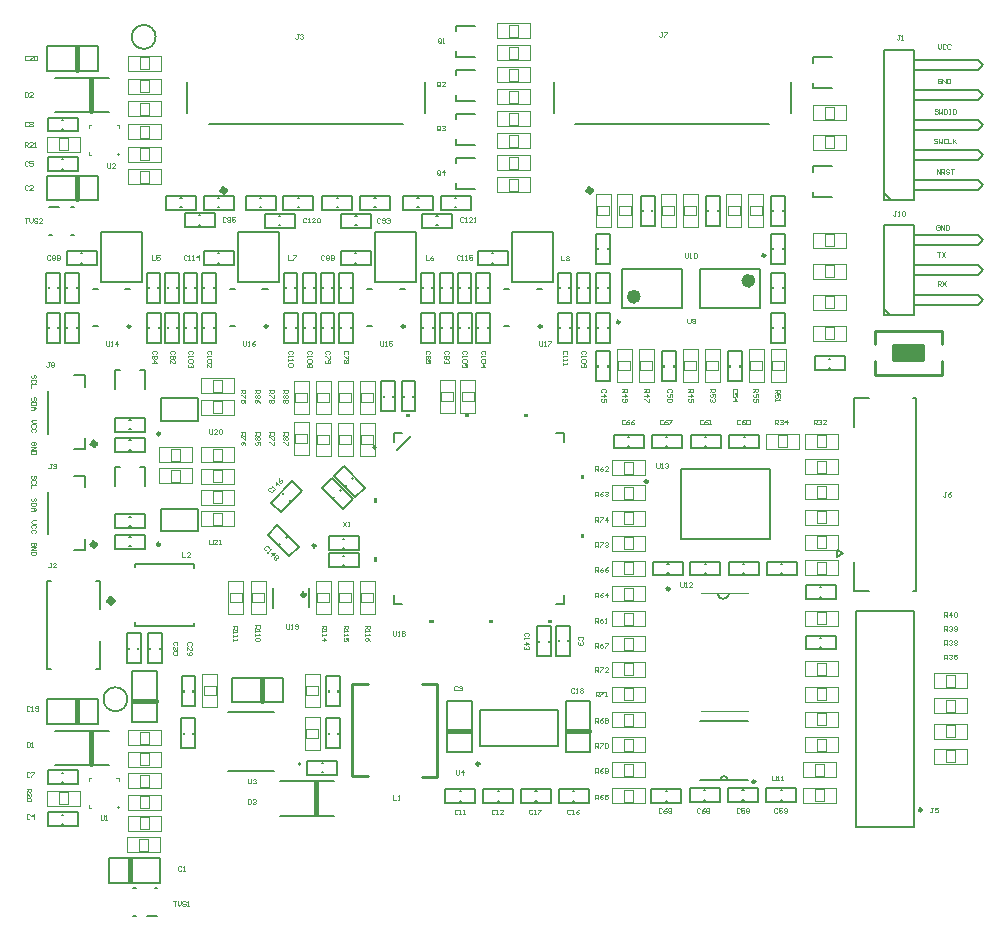
<source format=gbr>
G04*
G04 #@! TF.GenerationSoftware,Altium Limited,Altium Designer,24.1.2 (44)*
G04*
G04 Layer_Color=65535*
%FSLAX44Y44*%
%MOMM*%
G71*
G04*
G04 #@! TF.SameCoordinates,1E5C80FD-96BC-4AB1-9BEB-1594B19F9C97*
G04*
G04*
G04 #@! TF.FilePolarity,Positive*
G04*
G01*
G75*
%ADD10C,0.2520*%
%ADD11C,0.3810*%
%ADD12C,0.2500*%
%ADD13C,0.6000*%
%ADD14C,0.2540*%
%ADD15C,0.5080*%
%ADD16C,0.3000*%
%ADD17C,0.2000*%
%ADD18C,0.1540*%
%ADD19C,0.1270*%
%ADD20C,0.1500*%
%ADD21C,0.1524*%
%ADD22C,0.1000*%
%ADD23C,0.1200*%
%ADD24R,2.5400X1.2700*%
G36*
X368295Y274030D02*
X364485D01*
Y271490D01*
X368295D01*
Y274030D01*
D02*
G37*
G36*
X320381Y326944D02*
X317841D01*
Y323134D01*
X320381D01*
Y326944D01*
D02*
G37*
G36*
X320381Y376944D02*
X317841D01*
Y373134D01*
X320381D01*
Y376944D01*
D02*
G37*
G36*
X348295Y446048D02*
X344485D01*
Y448588D01*
X348295D01*
Y446048D01*
D02*
G37*
G36*
X398295Y446048D02*
X394485D01*
Y448588D01*
X398295D01*
Y446048D01*
D02*
G37*
G36*
X418295Y274030D02*
X414485D01*
Y271490D01*
X418295D01*
Y274030D01*
D02*
G37*
G36*
X468295D02*
X464485D01*
Y271490D01*
X468295D01*
Y274030D01*
D02*
G37*
G36*
X492399Y346944D02*
X494939D01*
Y343134D01*
X492399D01*
Y346944D01*
D02*
G37*
G36*
Y396944D02*
X494939D01*
Y393134D01*
X492399D01*
Y396944D01*
D02*
G37*
G36*
X448295Y446048D02*
X444485D01*
Y448588D01*
X448295D01*
Y446048D01*
D02*
G37*
D10*
X318643Y420039D02*
G03*
X318643Y420039I-762J0D01*
G01*
D11*
X501781Y637497D02*
G03*
X501781Y637497I-1778J0D01*
G01*
X191781Y637497D02*
G03*
X191781Y637497I-1778J0D01*
G01*
X82031Y422963D02*
G03*
X82031Y422963I-1778J0D01*
G01*
Y337737D02*
G03*
X82031Y337737I-1778J0D01*
G01*
X111215Y52498D02*
Y71228D01*
X66007Y187067D02*
Y205797D01*
X77576Y179039D02*
X77660Y152122D01*
X222775Y205105D02*
Y223835D01*
X65811Y630288D02*
Y649018D01*
X66128Y739796D02*
Y758526D01*
X77696Y731768D02*
X77781Y704851D01*
X480827Y180121D02*
X499557D01*
X380243D02*
X398973D01*
X268195Y136175D02*
X268279Y109258D01*
X113862Y205377D02*
X132591D01*
D12*
X136381Y337871D02*
G03*
X136381Y337871I-1250J0D01*
G01*
X136381Y431525D02*
G03*
X136381Y431525I-1250J0D01*
G01*
X648731Y582592D02*
G03*
X648731Y582592I-1250J0D01*
G01*
X525591Y526092D02*
G03*
X525591Y526092I-1250J0D01*
G01*
X268074Y336707D02*
G03*
X268074Y336707I-1250J0D01*
G01*
X406837Y152085D02*
G03*
X406837Y152085I-1250J0D01*
G01*
X640443Y136976D02*
G03*
X640443Y136976I-1250J0D01*
G01*
X549253Y390997D02*
G03*
X549253Y390997I-1250J0D01*
G01*
D13*
X637431Y561092D02*
G03*
X637431Y561092I-3000J0D01*
G01*
X540391Y547592D02*
G03*
X540391Y547592I-3000J0D01*
G01*
D14*
X459449Y522356D02*
G03*
X459449Y522356I-1256J0D01*
G01*
X111355D02*
G03*
X111355Y522356I-1256J0D01*
G01*
X567769Y300217D02*
G03*
X567769Y300217I-1250J0D01*
G01*
X781395Y112990D02*
G03*
X781395Y112990I-1270J0D01*
G01*
X227387Y522356D02*
G03*
X227387Y522356I-1256J0D01*
G01*
X343418D02*
G03*
X343418Y522356I-1256J0D01*
G01*
X798197Y481455D02*
Y492885D01*
Y507109D02*
Y518539D01*
X741809D02*
X798197D01*
X741809Y481455D02*
X798197D01*
X757303Y493647D02*
X782703D01*
X757303D02*
Y506347D01*
X782703D01*
Y493647D02*
Y506347D01*
X741809Y481455D02*
Y492885D01*
Y507109D02*
Y518539D01*
X100742Y115907D02*
X100774D01*
X100862Y668636D02*
X100894D01*
X299228Y219802D02*
X312141D01*
X299228Y141495D02*
Y219802D01*
Y141495D02*
X312141D01*
X357861Y141267D02*
X371029D01*
Y219802D01*
X357861D02*
X371029D01*
D15*
X96531Y290007D02*
G03*
X96531Y290007I-1778J0D01*
G01*
D16*
X259504Y295364D02*
G03*
X259504Y295364I-1632J0D01*
G01*
D17*
X255453Y151947D02*
G03*
X255453Y151947I-1000J0D01*
G01*
X616779Y138500D02*
G03*
X610683Y138500I-3048J0D01*
G01*
X661781Y121614D02*
X662781D01*
X661781Y129614D02*
X662781D01*
X629399Y121614D02*
X630399D01*
X629399Y129614D02*
X630399D01*
X597017Y129614D02*
X598017D01*
X597017Y121614D02*
X598017D01*
X564636Y128958D02*
X565636D01*
X564636Y120958D02*
X565636D01*
X110003Y249497D02*
Y250497D01*
X118003Y249497D02*
Y250497D01*
X127959Y249497D02*
Y250497D01*
X135959Y249497D02*
Y250497D01*
X131672Y46842D02*
X134172D01*
X113172D02*
X115672D01*
X113172Y22842D02*
X115672D01*
X125672D02*
X134172D01*
X47030Y150957D02*
X92730D01*
X47030Y180257D02*
X92730D01*
X53503Y108997D02*
X54503D01*
X53503Y100997D02*
X54503D01*
X53362Y136600D02*
X54363D01*
X53362Y144600D02*
X54363D01*
X293377Y388265D02*
X294084Y387558D01*
X299033Y393922D02*
X299741Y393215D01*
X288906Y383992D02*
X289614Y383285D01*
X283250Y378335D02*
X283957Y377628D01*
X291408Y342680D02*
X292408D01*
X291408Y334680D02*
X292408D01*
X291408Y320371D02*
X292408D01*
X291408Y328371D02*
X292408D01*
X279010Y213248D02*
Y214248D01*
X287010Y213248D02*
Y214248D01*
X279010Y177497D02*
Y178497D01*
X287010Y177497D02*
Y178497D01*
X273209Y144747D02*
X274209D01*
X273209Y152747D02*
X274209D01*
X156415Y213248D02*
Y214248D01*
X164415Y213248D02*
Y214248D01*
X156253Y177497D02*
Y178497D01*
X164253Y177497D02*
Y178497D01*
X386993Y660458D02*
Y664958D01*
Y638958D02*
Y643458D01*
Y638958D02*
X403243D01*
X386993Y664958D02*
X403243D01*
X386993Y697696D02*
Y702196D01*
Y676196D02*
Y680696D01*
Y676196D02*
X403243D01*
X386993Y702196D02*
X403243D01*
X386993Y734934D02*
Y739434D01*
Y713434D02*
Y717934D01*
Y713434D02*
X403243D01*
X386993Y739434D02*
X403243D01*
X386993Y776672D02*
X403243D01*
X386993Y750672D02*
X403243D01*
X386993D02*
Y755172D01*
Y772172D02*
Y776672D01*
X775003Y747999D02*
X829190D01*
X775257Y739532D02*
X829190D01*
X833423Y743765D01*
X829190Y747999D02*
X833423Y743765D01*
X775257Y722599D02*
X829190D01*
X775257Y714132D02*
X829190D01*
X775003Y697199D02*
X829190D01*
X775257Y688732D02*
X829190D01*
X833423Y692965D01*
X829190Y722599D02*
X833423Y718365D01*
X829190Y714132D02*
X833423Y718365D01*
X829190Y697199D02*
X833423Y692965D01*
X775257Y671799D02*
X829190D01*
X775257Y663332D02*
X829190D01*
X775003Y646399D02*
X829190D01*
X775257Y637932D02*
X829190D01*
X775003Y629465D02*
Y756465D01*
X749603D02*
X775003D01*
X749603Y629465D02*
X775003D01*
X749603D02*
Y756465D01*
X750026Y634122D02*
X754260Y629889D01*
X829190Y637932D02*
X833423Y642165D01*
X829190Y671799D02*
X833423Y667565D01*
X829190Y663332D02*
X833423Y667565D01*
X829190Y646399D02*
X833423Y642165D01*
X775003Y599630D02*
X829190D01*
X775257Y591164D02*
X829190D01*
X833423Y595397D01*
X829190Y599630D02*
X833423Y595397D01*
X775257Y574230D02*
X829190D01*
X775257Y565763D02*
X829190D01*
X775003Y548830D02*
X829190D01*
X775257Y540364D02*
X829190D01*
X775003Y531897D02*
Y608097D01*
X749603D02*
X775003D01*
X749603Y531897D02*
X775003D01*
X749603D02*
Y608097D01*
X750026Y536553D02*
X754260Y532320D01*
X829190Y540364D02*
X833423Y544597D01*
X829190Y574230D02*
X833423Y569997D01*
X829190Y565763D02*
X833423Y569997D01*
X829190Y548830D02*
X833423Y544597D01*
X486169Y120958D02*
X487169D01*
X486169Y128958D02*
X487169D01*
X454144D02*
X455144D01*
X454144Y120958D02*
X455144D01*
X422119Y120958D02*
X423119D01*
X422119Y128958D02*
X423119D01*
X390094Y120958D02*
X391094D01*
X390094Y128958D02*
X391094D01*
X630616Y421006D02*
X631616D01*
X630616Y429006D02*
X631616D01*
X597803D02*
X598803D01*
X597803Y421006D02*
X598803D01*
X564990Y421006D02*
X565990D01*
X564990Y429006D02*
X565990D01*
X532754Y421006D02*
X533754D01*
X532754Y429006D02*
X533754D01*
X619277Y488321D02*
Y489321D01*
X627277Y488321D02*
Y489321D01*
X571383Y488321D02*
Y489321D01*
X563383Y488321D02*
Y489321D01*
X515490Y488321D02*
Y489321D01*
X507490Y488321D02*
Y489321D01*
X42253Y599497D02*
X44753D01*
X60753D02*
X63253D01*
X60753Y623497D02*
X63253D01*
X42253D02*
X50753D01*
X53483Y655997D02*
X54483D01*
X53483Y663997D02*
X54483D01*
X53483Y689329D02*
X54483D01*
X53483Y697329D02*
X54483D01*
X47151Y732986D02*
X92850D01*
X47151Y703686D02*
X92850D01*
X169533Y608645D02*
X170533D01*
X169533Y616645D02*
X170533D01*
X236995Y607883D02*
X237995D01*
X236995Y615883D02*
X237995D01*
X370312Y607883D02*
X371312D01*
X370312Y615883D02*
X371312D01*
X301810Y607883D02*
X302810D01*
X301810Y615883D02*
X302810D01*
X185533Y584254D02*
X186533D01*
X185533Y576255D02*
X186533D01*
X69502Y584254D02*
X70502D01*
X69502Y576255D02*
X70502D01*
X301565Y584254D02*
X302565D01*
X301565Y576255D02*
X302565D01*
X417596Y584254D02*
X418596D01*
X417596Y576255D02*
X418596D01*
X173715Y520817D02*
Y521817D01*
X181715Y520817D02*
Y521817D01*
X166180Y520817D02*
Y521817D01*
X158180Y520817D02*
Y521817D01*
X142779Y520817D02*
Y521817D01*
X150779Y520817D02*
Y521817D01*
X127109Y520817D02*
Y521817D01*
X135109Y520817D02*
Y521817D01*
X168131Y348871D02*
Y367871D01*
X137131Y348871D02*
Y367871D01*
X168131D01*
X137131Y348871D02*
X168131D01*
X168131Y442525D02*
Y461525D01*
X137131Y442525D02*
Y461525D01*
X168131D01*
X137131Y442525D02*
X168131D01*
X593431Y537592D02*
Y571092D01*
X644431Y537592D02*
Y571092D01*
X593431Y537592D02*
X644431D01*
X593431Y571092D02*
X644431D01*
X578391Y537592D02*
Y571092D01*
X527391Y537592D02*
Y571092D01*
X578391D01*
X527391Y537592D02*
X578391D01*
X232349Y284315D02*
Y301333D01*
X262349Y284442D02*
Y301206D01*
X246045Y374815D02*
X246752Y375522D01*
X240389Y380472D02*
X241096Y381179D01*
X243094Y343980D02*
X243801Y343273D01*
X237438Y338323D02*
X238145Y337616D01*
X473822Y255618D02*
Y256618D01*
X481822Y255618D02*
Y256618D01*
X465390Y255362D02*
Y256362D01*
X457390Y255362D02*
Y256362D01*
X472987Y166835D02*
Y197835D01*
X406987Y166835D02*
Y197835D01*
X472987D01*
X406987Y166835D02*
X472987D01*
X237649Y108094D02*
X283349D01*
X237649Y137394D02*
X283349D01*
X593731Y138392D02*
X633731D01*
X593731Y188392D02*
X633731D01*
X702832Y487167D02*
X703832D01*
X702832Y495167D02*
X703832D01*
X774753Y98547D02*
Y281447D01*
X725253Y98547D02*
Y281447D01*
X774753D01*
X725253Y98547D02*
X774753D01*
X507473Y520817D02*
Y521817D01*
X515473Y520817D02*
Y521817D01*
X695270Y258826D02*
X696270D01*
X695270Y250826D02*
X696270D01*
X695270Y301596D02*
X696270D01*
X695270Y293596D02*
X696270D01*
X689305Y657903D02*
X705555D01*
X689305Y631903D02*
X705555D01*
X689305D02*
Y636403D01*
Y653403D02*
Y657903D01*
Y750105D02*
X705555D01*
X689305Y724105D02*
X705555D01*
X689305D02*
Y728605D01*
Y745605D02*
Y750105D01*
X553188Y619967D02*
Y620967D01*
X545188Y619967D02*
Y620967D01*
X600414Y619967D02*
Y620967D01*
X608414Y619967D02*
Y620967D01*
X655639Y619967D02*
Y620967D01*
X663639Y619967D02*
Y620967D01*
X597529Y313502D02*
X598530D01*
X597529Y321502D02*
X598530D01*
X662043Y313502D02*
X663043D01*
X662043Y321502D02*
X663043D01*
X630167Y313502D02*
X631167D01*
X630167Y321502D02*
X631167D01*
X565908Y313502D02*
X566908D01*
X565908Y321502D02*
X566908D01*
X123959Y386985D02*
Y403235D01*
X97959Y386985D02*
Y403235D01*
X102459D01*
X119459D02*
X123959D01*
X119459Y485715D02*
X123959D01*
X97959D02*
X102459D01*
X97959Y469465D02*
Y485715D01*
X123959Y469465D02*
Y485715D01*
X110459Y425891D02*
X111459D01*
X110459Y417891D02*
X111459D01*
X110459Y435179D02*
X111459D01*
X110459Y443179D02*
X111459D01*
X110459Y336085D02*
X111459D01*
X110459Y344085D02*
X111459D01*
X110459Y361371D02*
X111459D01*
X110459Y353371D02*
X111459D01*
X220995Y631123D02*
X221995D01*
X220995Y623123D02*
X221995D01*
X354312Y631119D02*
X355312D01*
X354312Y623119D02*
X355312D01*
X285810Y631123D02*
X286810D01*
X285810Y623123D02*
X286810D01*
X150779Y554616D02*
Y555616D01*
X142779Y554616D02*
Y555616D01*
X166060Y554616D02*
Y555616D01*
X158060Y554616D02*
Y555616D01*
X181715Y554616D02*
Y555616D01*
X173715Y554616D02*
Y555616D01*
X250781Y554616D02*
Y555616D01*
X242780Y554616D02*
Y555616D01*
X266810Y554616D02*
Y555616D01*
X258810Y554616D02*
Y555616D01*
X282091Y554616D02*
Y555616D01*
X274091Y554616D02*
Y555616D01*
X297746Y554616D02*
Y555616D01*
X289746Y554616D02*
Y555616D01*
X243141Y520817D02*
Y521817D01*
X251140Y520817D02*
Y521817D01*
X258810Y520817D02*
Y521817D01*
X266810Y520817D02*
Y521817D01*
X282211Y520817D02*
Y521817D01*
X274211Y520817D02*
Y521817D01*
X289746Y520817D02*
Y521817D01*
X297746Y520817D02*
Y521817D01*
X359172Y520817D02*
Y521817D01*
X367172Y520817D02*
Y521817D01*
X374841Y520817D02*
Y521817D01*
X382841Y520817D02*
Y521817D01*
X398242Y520817D02*
Y521817D01*
X390242Y520817D02*
Y521817D01*
X405778Y520817D02*
Y521817D01*
X413778Y520817D02*
Y521817D01*
X490872Y520817D02*
Y521817D01*
X498872Y520817D02*
Y521817D01*
X655639Y554784D02*
Y555784D01*
X663639Y554784D02*
Y555784D01*
X655639Y520817D02*
Y521817D01*
X663639Y520817D02*
Y521817D01*
X663639Y587601D02*
Y588601D01*
X655639Y587601D02*
Y588601D01*
X515473Y554784D02*
Y555784D01*
X507473Y554784D02*
Y555784D01*
X515473Y587601D02*
Y588601D01*
X507473Y587601D02*
Y588601D01*
X42028Y554616D02*
Y555616D01*
X50029Y554616D02*
Y555616D01*
X358812Y554616D02*
Y555616D01*
X366812Y554616D02*
Y555616D01*
X374841Y554616D02*
Y555616D01*
X382841Y554616D02*
Y555616D01*
X126749Y554616D02*
Y555616D01*
X134749Y554616D02*
Y555616D01*
X57684Y554616D02*
Y555616D01*
X65684Y554616D02*
Y555616D01*
X483203Y520817D02*
Y521817D01*
X475203Y520817D02*
Y521817D01*
X474843Y554616D02*
Y555616D01*
X482843Y554616D02*
Y555616D01*
X405778Y554616D02*
Y555616D01*
X413778Y554616D02*
Y555616D01*
X42148Y520817D02*
Y521817D01*
X50149Y520817D02*
Y521817D01*
X65684Y520817D02*
Y521817D01*
X57684Y520817D02*
Y521817D01*
X490872Y554616D02*
Y555616D01*
X498872Y554616D02*
Y555616D01*
X390122Y554616D02*
Y555616D01*
X398122Y554616D02*
Y555616D01*
X153533Y623123D02*
X154533D01*
X153533Y631123D02*
X154533D01*
X386312Y631123D02*
X387312D01*
X386312Y623123D02*
X387312D01*
X252995Y631123D02*
X253995D01*
X252995Y623123D02*
X253995D01*
X317810Y631119D02*
X318810D01*
X317810Y623119D02*
X318810D01*
X185533Y631123D02*
X186533D01*
X185533Y623123D02*
X186533D01*
X350756Y462576D02*
Y463576D01*
X342756Y462576D02*
Y463576D01*
X325600Y462574D02*
Y463574D01*
X333600Y462574D02*
Y463574D01*
D18*
X608435Y295849D02*
G03*
X618018Y295717I4802J680D01*
G01*
D19*
X108636Y206751D02*
G03*
X108636Y206751I-10080J0D01*
G01*
X132581Y767496D02*
G03*
X132581Y767496I-10080J0D01*
G01*
X674981Y119771D02*
Y131455D01*
X649581Y119771D02*
Y131455D01*
X674981D01*
X649581Y119771D02*
X674981D01*
X642599D02*
Y131455D01*
X617199Y119771D02*
Y131455D01*
X642599D01*
X617199Y119771D02*
X642599D01*
X584818Y119773D02*
Y131457D01*
X610218Y119773D02*
Y131457D01*
X584818Y119773D02*
X610218D01*
X584818Y131457D02*
X610218D01*
X552436Y119116D02*
Y130800D01*
X577836Y119116D02*
Y130800D01*
X552436Y119116D02*
X577836D01*
X552436Y130800D02*
X577836D01*
X119846Y237296D02*
Y262696D01*
X108162Y237296D02*
Y262696D01*
Y237296D02*
X119846D01*
X108162Y262696D02*
X119846D01*
X137802Y237296D02*
Y262696D01*
X126118Y237296D02*
Y262696D01*
Y237296D02*
X137802D01*
X126118Y262696D02*
X137802D01*
X41303Y99156D02*
Y110840D01*
X66703Y99156D02*
Y110840D01*
X41303Y99156D02*
X66703D01*
X41303Y110840D02*
X66703D01*
X41163Y146443D02*
X66563D01*
X41163Y134759D02*
X66563D01*
Y146443D01*
X41163Y134759D02*
Y146443D01*
X301407Y377629D02*
X309669Y385890D01*
X283447Y395589D02*
X291708Y403851D01*
X309669Y385890D01*
X283447Y395589D02*
X301407Y377629D01*
X273321Y385660D02*
X281583Y393922D01*
X291282Y367699D02*
X299544Y375961D01*
X273321Y385660D02*
X291282Y367699D01*
X281583Y393922D02*
X299544Y375961D01*
X279208Y332839D02*
Y344523D01*
X304608Y332839D02*
Y344523D01*
X279208Y332839D02*
X304608D01*
X279208Y344523D02*
X304608D01*
X304607Y318528D02*
Y330212D01*
X279207Y318528D02*
Y330212D01*
X304607D01*
X279207Y318528D02*
X304607D01*
X277167Y201048D02*
X288851D01*
X277167Y226448D02*
X288851D01*
Y201048D02*
Y226448D01*
X277167Y201048D02*
Y226448D01*
Y165297D02*
X288851D01*
X277167Y190697D02*
X288851D01*
Y165297D02*
Y190697D01*
X277167Y165297D02*
Y190697D01*
X286409Y142904D02*
Y154588D01*
X261009Y142904D02*
Y154588D01*
X286409D01*
X261009Y142904D02*
X286409D01*
X166258Y201047D02*
Y226447D01*
X154574Y201047D02*
Y226447D01*
Y201047D02*
X166258D01*
X154574Y226447D02*
X166258D01*
X166096Y165296D02*
Y190696D01*
X154412Y165296D02*
Y190696D01*
Y165296D02*
X166096D01*
X154412Y190696D02*
X166096D01*
X473969Y130800D02*
X499369D01*
X473969Y119116D02*
X499369D01*
Y130800D01*
X473969Y119116D02*
Y130800D01*
X441944Y119116D02*
Y130800D01*
X467344Y119116D02*
Y130800D01*
X441944Y119116D02*
X467344D01*
X441944Y130800D02*
X467344D01*
X435319Y119115D02*
Y130799D01*
X409919Y119115D02*
Y130799D01*
X435319D01*
X409919Y119115D02*
X435319D01*
X403294D02*
Y130799D01*
X377894Y119115D02*
Y130799D01*
X403294D01*
X377894Y119115D02*
X403294D01*
X724003Y437197D02*
Y461997D01*
Y297997D02*
Y322797D01*
X776003Y297997D02*
Y461997D01*
X724003Y297997D02*
X737003D01*
X724003Y461997D02*
X737003D01*
X709333Y327217D02*
Y333217D01*
X714333Y330217D01*
X709333Y327217D02*
X714333Y330217D01*
X773503Y297997D02*
X776003D01*
X773503Y461997D02*
X776003D01*
X618417Y430849D02*
X643817D01*
X618417Y419165D02*
X643817D01*
Y430849D01*
X618417Y419165D02*
Y430849D01*
X585603Y419165D02*
Y430849D01*
X611003Y419165D02*
Y430849D01*
X585603Y419165D02*
X611003D01*
X585603Y430849D02*
X611003D01*
X578189Y419163D02*
Y430847D01*
X552789Y419163D02*
Y430847D01*
X578189D01*
X552789Y419163D02*
X578189D01*
X545953D02*
Y430847D01*
X520553Y419163D02*
Y430847D01*
X545953D01*
X520553Y419163D02*
X545953D01*
X617435Y476122D02*
X629118D01*
X617435Y501522D02*
X629118D01*
Y476122D02*
Y501522D01*
X617435Y476122D02*
Y501522D01*
X561541Y476122D02*
Y501522D01*
X573225Y476122D02*
Y501522D01*
X561541D02*
X573225D01*
X561541Y476122D02*
X573225D01*
X505647D02*
Y501522D01*
X517331Y476122D02*
Y501522D01*
X505647D02*
X517331D01*
X505647Y476122D02*
X517331D01*
X670503Y702997D02*
Y729497D01*
X469503Y702997D02*
Y729497D01*
X488003Y693997D02*
X652003D01*
X178003Y693997D02*
X342003D01*
X159503Y702997D02*
Y729497D01*
X360503Y702997D02*
Y729497D01*
X41283Y665840D02*
X66683D01*
X41283Y654156D02*
X66683D01*
Y665840D01*
X41283Y654156D02*
Y665840D01*
Y699172D02*
X66683D01*
X41283Y687488D02*
X66683D01*
Y699172D01*
X41283Y687488D02*
Y699172D01*
X182733Y606802D02*
Y618486D01*
X157333Y606802D02*
Y618486D01*
X182733D01*
X157333Y606802D02*
X182733D01*
X250195Y606040D02*
Y617724D01*
X224795Y606040D02*
Y617724D01*
X250195D01*
X224795Y606040D02*
X250195D01*
X383511D02*
Y617724D01*
X358111Y606040D02*
Y617724D01*
X383511D01*
X358111Y606040D02*
X383511D01*
X315009D02*
Y617724D01*
X289609Y606040D02*
Y617724D01*
X315009D01*
X289609Y606040D02*
X315009D01*
X173334Y574413D02*
Y586097D01*
X198734Y574413D02*
Y586097D01*
X173334Y574413D02*
X198734D01*
X173334Y586097D02*
X198734D01*
X57302Y574413D02*
Y586097D01*
X82702Y574413D02*
Y586097D01*
X57302Y574413D02*
X82702D01*
X57302Y586097D02*
X82702D01*
X289365Y574413D02*
Y586097D01*
X314765Y574413D02*
Y586097D01*
X289365Y574413D02*
X314765D01*
X289365Y586097D02*
X314765D01*
X405396Y574413D02*
Y586097D01*
X430796Y574413D02*
Y586097D01*
X405396Y574413D02*
X430796D01*
X405396Y586097D02*
X430796D01*
X171872Y508617D02*
X183556D01*
X171872Y534017D02*
X183556D01*
Y508617D02*
Y534017D01*
X171872Y508617D02*
Y534017D01*
X156339Y534016D02*
X168023D01*
X156339Y508616D02*
X168023D01*
X156339D02*
Y534016D01*
X168023Y508616D02*
Y534016D01*
X140936Y508617D02*
X152620D01*
X140936Y534017D02*
X152620D01*
Y508617D02*
Y534017D01*
X140936Y508617D02*
Y534017D01*
X125266Y508617D02*
X136950D01*
X125266Y534017D02*
X136950D01*
Y508617D02*
Y534017D01*
X125266Y508617D02*
Y534017D01*
X248420Y391107D02*
X256682Y382845D01*
X230460Y373147D02*
X238722Y364885D01*
X230460Y373147D02*
X248420Y391107D01*
X238722Y364885D02*
X256682Y382845D01*
X227509Y345647D02*
X235771Y353909D01*
X245470Y327687D02*
X253732Y335949D01*
X227509Y345647D02*
X245470Y327687D01*
X235771Y353909D02*
X253732Y335949D01*
X471979Y243418D02*
X483663D01*
X471979Y268818D02*
X483663D01*
Y243418D02*
Y268818D01*
X471979Y243418D02*
Y268818D01*
X455548Y243163D02*
Y268563D01*
X467232Y243163D02*
Y268563D01*
X455548D02*
X467232D01*
X455548Y243163D02*
X467232D01*
X194253Y196247D02*
X233253D01*
X194253Y145747D02*
X233253D01*
X690633Y497010D02*
X716033D01*
X690633Y485326D02*
X716033D01*
Y497010D01*
X690633Y485326D02*
Y497010D01*
X505630Y508617D02*
X517314D01*
X505630Y534017D02*
X517314D01*
Y508617D02*
Y534017D01*
X505630Y508617D02*
Y534017D01*
X683069Y248983D02*
X708469D01*
X683069Y260667D02*
X708469D01*
X683069Y248983D02*
Y260667D01*
X708469Y248983D02*
Y260667D01*
X683069Y291753D02*
X708469D01*
X683069Y303437D02*
X708469D01*
X683069Y291753D02*
Y303437D01*
X708469Y291753D02*
Y303437D01*
X543347Y633166D02*
X555031D01*
X543347Y607766D02*
X555031D01*
X543347D02*
Y633166D01*
X555031Y607766D02*
Y633166D01*
X610256Y607766D02*
Y633166D01*
X598572Y607766D02*
Y633166D01*
Y607766D02*
X610256D01*
X598572Y633166D02*
X610256D01*
X665482Y607766D02*
Y633166D01*
X653798Y607766D02*
Y633166D01*
Y607766D02*
X665482D01*
X653798Y633166D02*
X665482D01*
X610729Y311659D02*
Y323343D01*
X585329Y311659D02*
Y323343D01*
X610729D01*
X585329Y311659D02*
X610729D01*
X675243D02*
Y323343D01*
X649843Y311659D02*
Y323343D01*
X675243D01*
X649843Y311659D02*
X675243D01*
X643367D02*
Y323343D01*
X617967Y311659D02*
Y323343D01*
X643367D01*
X617967Y311659D02*
X643367D01*
X579107D02*
Y323343D01*
X553707Y311659D02*
Y323343D01*
X579107D01*
X553707Y311659D02*
X579107D01*
X98259Y416048D02*
X123659D01*
X98259Y427732D02*
X123659D01*
X98259Y416048D02*
Y427732D01*
X123659Y416048D02*
Y427732D01*
X98260Y445022D02*
X123660D01*
X98260Y433338D02*
X123660D01*
Y445022D01*
X98260Y433338D02*
Y445022D01*
X123659Y334242D02*
Y345926D01*
X98259Y334242D02*
Y345926D01*
X123659D01*
X98259Y334242D02*
X123659D01*
X98260Y351530D02*
Y363214D01*
X123660Y351530D02*
Y363214D01*
X98260Y351530D02*
X123660D01*
X98260Y363214D02*
X123660D01*
X208795Y621282D02*
Y632966D01*
X234195Y621282D02*
Y632966D01*
X208795Y621282D02*
X234195D01*
X208795Y632966D02*
X234195D01*
X342112Y621278D02*
Y632962D01*
X367512Y621278D02*
Y632962D01*
X342112Y621278D02*
X367512D01*
X342112Y632962D02*
X367512D01*
X273610Y621282D02*
Y632966D01*
X299010Y621282D02*
Y632966D01*
X273610Y621282D02*
X299010D01*
X273610Y632966D02*
X299010D01*
X140937Y567816D02*
X152621D01*
X140937Y542416D02*
X152621D01*
X140937D02*
Y567816D01*
X152621Y542416D02*
Y567816D01*
X156219D02*
X167903D01*
X156219Y542416D02*
X167903D01*
X156219D02*
Y567816D01*
X167903Y542416D02*
Y567816D01*
X171874D02*
X183558D01*
X171874Y542416D02*
X183558D01*
X171874D02*
Y567816D01*
X183558Y542416D02*
Y567816D01*
X240939D02*
X252623D01*
X240939Y542416D02*
X252623D01*
X240939D02*
Y567816D01*
X252623Y542416D02*
Y567816D01*
X256969D02*
X268653D01*
X256969Y542416D02*
X268653D01*
X256969D02*
Y567816D01*
X268653Y542416D02*
Y567816D01*
X272250D02*
X283934D01*
X272250Y542416D02*
X283934D01*
X272250D02*
Y567816D01*
X283934Y542416D02*
Y567816D01*
X287905D02*
X299589D01*
X287905Y542416D02*
X299589D01*
X287905D02*
Y567816D01*
X299589Y542416D02*
Y567816D01*
X241298Y508617D02*
X252982D01*
X241298Y534017D02*
X252982D01*
Y508617D02*
Y534017D01*
X241298Y508617D02*
Y534017D01*
X256967Y508617D02*
X268651D01*
X256967Y534017D02*
X268651D01*
Y508617D02*
Y534017D01*
X256967Y508617D02*
Y534017D01*
X272370Y534016D02*
X284054D01*
X272370Y508616D02*
X284054D01*
X272370D02*
Y534016D01*
X284054Y508616D02*
Y534016D01*
X287904Y508617D02*
X299588D01*
X287904Y534017D02*
X299588D01*
Y508617D02*
Y534017D01*
X287904Y508617D02*
Y534017D01*
X357329Y508617D02*
X369013D01*
X357329Y534017D02*
X369013D01*
Y508617D02*
Y534017D01*
X357329Y508617D02*
Y534017D01*
X372998Y508617D02*
X384682D01*
X372998Y534017D02*
X384682D01*
Y508617D02*
Y534017D01*
X372998Y508617D02*
Y534017D01*
X388401Y534016D02*
X400085D01*
X388401Y508616D02*
X400085D01*
X388401D02*
Y534016D01*
X400085Y508616D02*
Y534016D01*
X403935Y508617D02*
X415619D01*
X403935Y534017D02*
X415619D01*
Y508617D02*
Y534017D01*
X403935Y508617D02*
Y534017D01*
X489030Y508617D02*
X500714D01*
X489030Y534017D02*
X500714D01*
Y508617D02*
Y534017D01*
X489030Y508617D02*
Y534017D01*
X653796Y542585D02*
X665480D01*
X653796Y567985D02*
X665480D01*
Y542585D02*
Y567985D01*
X653796Y542585D02*
Y567985D01*
Y508617D02*
X665480D01*
X653796Y534017D02*
X665480D01*
Y508617D02*
Y534017D01*
X653796Y508617D02*
Y534017D01*
X653798Y600800D02*
X665482D01*
X653798Y575400D02*
X665482D01*
X653798D02*
Y600800D01*
X665482Y575400D02*
Y600800D01*
X505631Y567984D02*
X517315D01*
X505631Y542584D02*
X517315D01*
X505631D02*
Y567984D01*
X517315Y542584D02*
Y567984D01*
X505631Y600800D02*
X517315D01*
X505631Y575400D02*
X517315D01*
X505631D02*
Y600800D01*
X517315Y575400D02*
Y600800D01*
X51871Y542416D02*
Y567816D01*
X40187Y542416D02*
Y567816D01*
Y542416D02*
X51871D01*
X40187Y567816D02*
X51871D01*
X368655Y542416D02*
Y567816D01*
X356971Y542416D02*
Y567816D01*
Y542416D02*
X368655D01*
X356971Y567816D02*
X368655D01*
X384684Y542416D02*
Y567816D01*
X373000Y542416D02*
Y567816D01*
Y542416D02*
X384684D01*
X373000Y567816D02*
X384684D01*
X136592Y542416D02*
Y567816D01*
X124908Y542416D02*
Y567816D01*
Y542416D02*
X136592D01*
X124908Y567816D02*
X136592D01*
X67527Y542416D02*
Y567816D01*
X55843Y542416D02*
Y567816D01*
Y542416D02*
X67527D01*
X55843Y567816D02*
X67527D01*
X473360Y508617D02*
Y534017D01*
X485044Y508617D02*
Y534017D01*
X473360D02*
X485044D01*
X473360Y508617D02*
X485044D01*
X484686Y542416D02*
Y567816D01*
X473002Y542416D02*
Y567816D01*
Y542416D02*
X484686D01*
X473002Y567816D02*
X484686D01*
X415620Y542416D02*
Y567816D01*
X403937Y542416D02*
Y567816D01*
Y542416D02*
X415620D01*
X403937Y567816D02*
X415620D01*
X51991Y508616D02*
Y534016D01*
X40307Y508616D02*
Y534016D01*
Y508616D02*
X51991D01*
X40307Y534016D02*
X51991D01*
X55841Y508617D02*
Y534017D01*
X67525Y508617D02*
Y534017D01*
X55841D02*
X67525D01*
X55841Y508617D02*
X67525D01*
X500715Y542416D02*
Y567816D01*
X489031Y542416D02*
Y567816D01*
Y542416D02*
X500715D01*
X489031Y567816D02*
X500715D01*
X399965Y542416D02*
Y567816D01*
X388281Y542416D02*
Y567816D01*
Y542416D02*
X399965D01*
X388281Y567816D02*
X399965D01*
X141334Y632966D02*
X166734D01*
X141334Y621282D02*
X166734D01*
Y632966D01*
X141334Y621282D02*
Y632966D01*
X374111Y621280D02*
X399511D01*
X374111Y632964D02*
X399511D01*
X374111Y621280D02*
Y632964D01*
X399511Y621280D02*
Y632964D01*
X240795Y621280D02*
X266195D01*
X240795Y632964D02*
X266195D01*
X240795Y621280D02*
Y632964D01*
X266195Y621280D02*
Y632964D01*
X305609Y621276D02*
X331009D01*
X305609Y632960D02*
X331009D01*
X305609Y621276D02*
Y632960D01*
X331009Y621276D02*
Y632960D01*
X173333Y621280D02*
X198733D01*
X173333Y632964D02*
X198733D01*
X173333Y621280D02*
Y632964D01*
X198733Y621280D02*
Y632964D01*
X340913Y450377D02*
Y475777D01*
X352597Y450377D02*
Y475777D01*
X340913D02*
X352597D01*
X340913Y450377D02*
X352597D01*
X335442Y450373D02*
Y475773D01*
X323758Y450373D02*
Y475773D01*
Y450373D02*
X335442D01*
X323758Y475773D02*
X335442D01*
D20*
X336606Y417808D02*
X348559Y429761D01*
X114820Y320844D02*
X165183D01*
Y317795D02*
Y320844D01*
X114820Y318323D02*
Y320844D01*
X114813Y268907D02*
X165175D01*
X114813D02*
Y271957D01*
X165175Y268907D02*
Y271429D01*
X136430Y51374D02*
Y72352D01*
X93457Y51374D02*
Y72352D01*
Y51374D02*
X136430D01*
X93457Y72352D02*
X136430D01*
X40792Y185943D02*
X83764D01*
X40792Y206921D02*
X83764D01*
Y185943D02*
Y206921D01*
X40792Y185943D02*
Y206921D01*
X197560Y203981D02*
X240533D01*
X197560Y224959D02*
X240533D01*
Y203981D02*
Y224959D01*
X197560Y203981D02*
Y224959D01*
X40595Y629164D02*
X83568D01*
X40595Y650142D02*
X83568D01*
Y629164D02*
Y650142D01*
X40595Y629164D02*
Y650142D01*
X40912Y738672D02*
X83885D01*
X40912Y759650D02*
X83885D01*
Y738672D02*
Y759650D01*
X40912Y738672D02*
Y759650D01*
X318332Y560267D02*
X352797D01*
X318332Y601929D02*
X352797D01*
Y560267D02*
Y601929D01*
X318332Y560267D02*
Y601929D01*
X202301Y560267D02*
X236766D01*
X202301Y601929D02*
X236766D01*
Y560267D02*
Y601929D01*
X202301Y560267D02*
Y601929D01*
X86270Y560267D02*
X120734D01*
X86270Y601929D02*
X120734D01*
Y560267D02*
Y601929D01*
X86270Y560267D02*
Y601929D01*
X479703Y205336D02*
X500681D01*
X479703Y162363D02*
X500681D01*
Y205336D01*
X479703Y162363D02*
Y205336D01*
X379119Y162363D02*
Y205336D01*
X400097Y162363D02*
Y205336D01*
X379119Y162363D02*
X400097D01*
X379119Y205336D02*
X400097D01*
X577267Y342747D02*
Y401247D01*
Y342747D02*
X652739D01*
Y401247D01*
X577267D02*
X652739D01*
X434364Y560267D02*
X468828D01*
X434364Y601929D02*
X468828D01*
Y560267D02*
Y601929D01*
X434364Y560267D02*
Y601929D01*
X112737Y187620D02*
Y230593D01*
X133715Y187620D02*
Y230593D01*
X112737Y187620D02*
X133715D01*
X112737Y230593D02*
X133715D01*
D21*
X334127Y287776D02*
X341539Y287776D01*
X478653Y287776D02*
Y295187D01*
X471242Y432302D02*
X478653D01*
X334127Y424890D02*
Y432302D01*
Y287776D02*
Y295187D01*
X471242Y287776D02*
X478653D01*
X478653Y424890D02*
X478653Y432302D01*
X334127D02*
X341539D01*
X427815Y522518D02*
X432101D01*
X427676Y554184D02*
X431961D01*
X455136Y554144D02*
X459421D01*
X79721Y522518D02*
X84007D01*
X79582Y554184D02*
X83868D01*
X107042Y554144D02*
X111327D01*
X73141Y471262D02*
Y480875D01*
X63268Y418391D02*
X73141D01*
X41645Y431437D02*
Y467828D01*
X63268Y480875D02*
X73141D01*
Y418391D02*
Y428004D01*
Y333164D02*
Y342777D01*
X63268Y395648D02*
X73141D01*
X41645Y346211D02*
Y382602D01*
X63268Y333164D02*
X73141D01*
Y386036D02*
Y395648D01*
X40778Y307152D02*
X44227D01*
X81869Y232222D02*
X85228D01*
Y283328D02*
Y307152D01*
X40778Y232222D02*
X44227D01*
X40778D02*
Y307152D01*
X81869D02*
X85228D01*
Y232222D02*
Y256045D01*
X223073Y554144D02*
X227359D01*
X195613Y554184D02*
X199899D01*
X195753Y522518D02*
X200038D01*
X339104Y554144D02*
X343390D01*
X311644Y554184D02*
X315930D01*
X311784Y522518D02*
X316069D01*
D22*
X305250Y448603D02*
X317950D01*
Y471463D01*
Y476543D01*
X305250D02*
X317950D01*
X305250Y448603D02*
Y476543D01*
X306520Y458763D02*
X316679D01*
Y466383D01*
X306520D02*
X316679D01*
X306520Y458763D02*
Y466383D01*
X287982Y458760D02*
X298142D01*
Y466380D01*
X287982D02*
X298142D01*
X287982Y458760D02*
Y466380D01*
X286712Y448600D02*
Y476540D01*
X299412D01*
Y471460D02*
Y476540D01*
Y448600D02*
Y471460D01*
X286712Y448600D02*
X299412D01*
X268175D02*
X280875D01*
Y471460D01*
Y476540D01*
X268175D02*
X280875D01*
X268175Y448600D02*
Y476540D01*
X269445Y458760D02*
X279605D01*
Y466380D01*
X269445D02*
X279605D01*
X269445Y458760D02*
Y466380D01*
X250908Y458760D02*
Y466380D01*
X261068D01*
Y458760D02*
Y466380D01*
X250908Y458760D02*
X261068D01*
X249638Y448600D02*
Y476540D01*
X262338D01*
Y471460D02*
Y476540D01*
Y448600D02*
Y471460D01*
X249638Y448600D02*
X262338D01*
X68974Y116647D02*
Y129347D01*
X46114D02*
X68974D01*
X41034D02*
X46114D01*
X41034Y116647D02*
Y129347D01*
Y116647D02*
X68974D01*
X58814Y117917D02*
Y128077D01*
X51194D02*
X58814D01*
X51194Y117917D02*
Y128077D01*
Y117917D02*
X58814D01*
X108784Y77168D02*
Y89868D01*
Y77168D02*
X131644D01*
X136724D01*
Y89868D01*
X108784D02*
X136724D01*
X118944Y78438D02*
Y88598D01*
Y78438D02*
X126564D01*
Y88598D01*
X118944D02*
X126564D01*
X137103Y95264D02*
Y107964D01*
X114243D02*
X137103D01*
X109163D02*
X114243D01*
X109163Y95264D02*
Y107964D01*
Y95264D02*
X137103D01*
X126943Y96534D02*
Y106694D01*
X119323D02*
X126943D01*
X119323Y96534D02*
Y106694D01*
Y96534D02*
X126943D01*
X119321Y124789D02*
X126941D01*
Y114629D02*
Y124789D01*
X119321Y114629D02*
X126941D01*
X119321D02*
Y124789D01*
X109161Y126059D02*
X137101D01*
Y113359D02*
Y126059D01*
X132021Y113359D02*
X137101D01*
X109161D02*
X132021D01*
X109161D02*
Y126059D01*
X119323Y132725D02*
X126943D01*
X119323D02*
Y142885D01*
X126943D01*
Y132725D02*
Y142885D01*
X109163Y131455D02*
X137103D01*
X109163D02*
Y144155D01*
X114243D01*
X137103D01*
Y131455D02*
Y144155D01*
X119323Y150821D02*
X126943D01*
X119323D02*
Y160981D01*
X126943D01*
Y150821D02*
Y160981D01*
X109163Y149551D02*
X137103D01*
X109163D02*
Y162251D01*
X114243D01*
X137103D01*
Y149551D02*
Y162251D01*
X119192Y179077D02*
X126812D01*
Y168917D02*
Y179077D01*
X119192Y168917D02*
X126812D01*
X119192D02*
Y179077D01*
X109032Y180347D02*
X136972D01*
Y167647D02*
Y180347D01*
X131892Y167647D02*
X136972D01*
X109032D02*
X131892D01*
X109032D02*
Y180347D01*
X259023Y227968D02*
X271723D01*
X259023Y205108D02*
Y227968D01*
Y200028D02*
Y205108D01*
Y200028D02*
X271723D01*
Y227968D01*
X260293Y217808D02*
X270453D01*
X260293Y210188D02*
Y217808D01*
Y210188D02*
X270453D01*
Y217808D01*
X259023Y191717D02*
X271723D01*
X259023Y168857D02*
Y191717D01*
Y163777D02*
Y168857D01*
Y163777D02*
X271723D01*
Y191717D01*
X260293Y181557D02*
X270453D01*
X260293Y173937D02*
Y181557D01*
Y173937D02*
X270453D01*
Y181557D01*
X172117Y227968D02*
X184817D01*
X172117Y205108D02*
Y227968D01*
Y200028D02*
Y205108D01*
Y200028D02*
X184817D01*
Y227968D01*
X173387Y217808D02*
X183547D01*
X173387Y210188D02*
Y217808D01*
Y210188D02*
X183547D01*
Y217808D01*
X99394Y139838D02*
X101653D01*
Y137556D02*
Y139838D01*
X75859Y137550D02*
Y139808D01*
X78141D01*
X75824Y115055D02*
Y117337D01*
Y115055D02*
X78083D01*
X546974Y118609D02*
Y131309D01*
X524114D02*
X546974D01*
X519034D02*
X524114D01*
X519034Y118609D02*
Y131309D01*
Y118609D02*
X546974D01*
X536814Y119879D02*
Y130039D01*
X529194D02*
X536814D01*
X529194Y119879D02*
Y130039D01*
Y119879D02*
X536814D01*
X546974Y140585D02*
Y153285D01*
X524114D02*
X546974D01*
X519034D02*
X524114D01*
X519034Y140585D02*
Y153285D01*
Y140585D02*
X546974D01*
X536814Y141855D02*
Y152015D01*
X529194D02*
X536814D01*
X529194Y141855D02*
Y152015D01*
Y141855D02*
X536814D01*
X546974Y161906D02*
Y174606D01*
X524114D02*
X546974D01*
X519034D02*
X524114D01*
X519034Y161906D02*
Y174606D01*
Y161906D02*
X546974D01*
X536814Y163176D02*
Y173336D01*
X529194D02*
X536814D01*
X529194Y163176D02*
Y173336D01*
Y163176D02*
X536814D01*
X546974Y183227D02*
Y195927D01*
X524114D02*
X546974D01*
X519034D02*
X524114D01*
X519034Y183227D02*
Y195927D01*
Y183227D02*
X546974D01*
X536814Y184497D02*
Y194657D01*
X529194D02*
X536814D01*
X529194Y184497D02*
Y194657D01*
Y184497D02*
X536814D01*
X519034Y204548D02*
X546974D01*
X519034D02*
Y217248D01*
X524114D01*
X546974D01*
Y204548D02*
Y217248D01*
X536814Y205818D02*
Y215978D01*
X529194D02*
X536814D01*
X529194Y205818D02*
Y215978D01*
Y205818D02*
X536814D01*
X519034Y225868D02*
X546974D01*
X519034D02*
Y238568D01*
X524114D01*
X546974D01*
Y225868D02*
Y238568D01*
X536814Y227139D02*
Y237299D01*
X529194D02*
X536814D01*
X529194Y227139D02*
Y237299D01*
Y227139D02*
X536814D01*
X519034Y247189D02*
X546974D01*
X519034D02*
Y259889D01*
X524114D01*
X546974D01*
Y247189D02*
Y259889D01*
X536814Y248459D02*
Y258619D01*
X529194D02*
X536814D01*
X529194Y248459D02*
Y258619D01*
Y248459D02*
X536814D01*
X546974Y268510D02*
Y281210D01*
X524114D02*
X546974D01*
X519034D02*
X524114D01*
X519034Y268510D02*
Y281210D01*
Y268510D02*
X546974D01*
X536814Y269780D02*
Y279940D01*
X529194D02*
X536814D01*
X529194Y269780D02*
Y279940D01*
Y269780D02*
X536814D01*
X529194Y291101D02*
X536814D01*
X529194D02*
Y301261D01*
X536814D01*
Y291101D02*
Y301261D01*
X519034Y289831D02*
X546974D01*
X519034D02*
Y302531D01*
X524114D01*
X546974D01*
Y289831D02*
Y302531D01*
X529194Y312422D02*
X536814D01*
X529194D02*
Y322582D01*
X536814D01*
Y312422D02*
Y322582D01*
X519034Y311152D02*
X546974D01*
X519034D02*
Y323852D01*
X524114D01*
X546974D01*
Y311152D02*
Y323852D01*
X529194Y333743D02*
X536814D01*
X529194D02*
Y343903D01*
X536814D01*
Y333743D02*
Y343903D01*
X519034Y332473D02*
X546974D01*
X519034D02*
Y345173D01*
X524114D01*
X546974D01*
Y332473D02*
Y345173D01*
X529194Y355064D02*
X536814D01*
X529194D02*
Y365224D01*
X536814D01*
Y355064D02*
Y365224D01*
X519034Y353794D02*
X546974D01*
X519034D02*
Y366494D01*
X524114D01*
X546974D01*
Y353794D02*
Y366494D01*
X529194Y376385D02*
X536814D01*
X529194D02*
Y386544D01*
X536814D01*
Y376385D02*
Y386544D01*
X519034Y375115D02*
X546974D01*
X519034D02*
Y387814D01*
X524114D01*
X546974D01*
Y375115D02*
Y387814D01*
X529194Y397705D02*
X536814D01*
X529194D02*
Y407865D01*
X536814D01*
Y397705D02*
Y407865D01*
X519034Y396435D02*
X546974D01*
X519034D02*
Y409135D01*
X524114D01*
X546974D01*
Y396435D02*
Y409135D01*
X692194Y419926D02*
X699814D01*
X692194D02*
Y430086D01*
X699814D01*
Y419926D02*
Y430086D01*
X682034Y418656D02*
X709974D01*
X682034D02*
Y431356D01*
X687114D01*
X709974D01*
Y418656D02*
Y431356D01*
X659360Y419926D02*
X666980D01*
X659360D02*
Y430086D01*
X666980D01*
Y419926D02*
Y430086D01*
X649200Y418656D02*
X677140D01*
X649200D02*
Y431356D01*
X654280D01*
X677140D01*
Y418656D02*
Y431356D01*
X654560Y485401D02*
Y493021D01*
X664720D01*
Y485401D02*
Y493021D01*
X654560Y485401D02*
X664720D01*
X653290Y475241D02*
Y503181D01*
X665990D01*
Y498101D02*
Y503181D01*
Y475241D02*
Y498101D01*
X653290Y475241D02*
X665990D01*
X646089Y485780D02*
Y493400D01*
X635929Y485780D02*
X646089D01*
X635929D02*
Y493400D01*
X646089D01*
X647359Y475620D02*
Y503560D01*
X634659Y475620D02*
X647359D01*
X634659D02*
Y480700D01*
Y503560D01*
X647359D01*
X597396Y475241D02*
X610096D01*
Y498101D01*
Y503181D01*
X597396D02*
X610096D01*
X597396Y475241D02*
Y503181D01*
X598666Y485401D02*
X608826D01*
Y493021D01*
X598666D02*
X608826D01*
X598666Y485401D02*
Y493021D01*
X578765Y475241D02*
X591465D01*
Y498101D01*
Y503181D01*
X578765D02*
X591465D01*
X578765Y475241D02*
Y503181D01*
X580035Y485401D02*
X590195D01*
Y493021D01*
X580035D02*
X590195D01*
X580035Y485401D02*
Y493021D01*
X541502Y475241D02*
X554202D01*
Y498101D01*
Y503181D01*
X541502D02*
X554202D01*
X541502Y475241D02*
Y503181D01*
X542772Y485401D02*
X552932D01*
Y493021D01*
X542772D02*
X552932D01*
X542772Y485401D02*
Y493021D01*
X522871Y503560D02*
X535571D01*
X522871Y480700D02*
Y503560D01*
Y475620D02*
Y480700D01*
Y475620D02*
X535571D01*
Y503560D01*
X524141Y493400D02*
X534301D01*
X524141Y485780D02*
Y493400D01*
Y485780D02*
X534301D01*
Y493400D01*
X68203Y670091D02*
Y682791D01*
X45343D02*
X68203D01*
X40263D02*
X45343D01*
X40263Y670091D02*
Y682791D01*
Y670091D02*
X68203D01*
X58043Y671361D02*
Y681521D01*
X50423D02*
X58043D01*
X50423Y671361D02*
Y681521D01*
Y671361D02*
X58043D01*
X99514Y692567D02*
X101773D01*
Y690285D02*
Y692567D01*
X75980Y690278D02*
Y692537D01*
X78261D01*
X75945Y667784D02*
Y670066D01*
Y667784D02*
X78204D01*
X305250Y412639D02*
X317950D01*
Y435499D01*
Y440579D01*
X305250D02*
X317950D01*
X305250Y412639D02*
Y440579D01*
X306520Y422799D02*
X316679D01*
Y430419D01*
X306520D02*
X316679D01*
X306520Y422799D02*
Y430419D01*
X286712Y412639D02*
X299412D01*
Y435499D01*
Y440579D01*
X286712D02*
X299412D01*
X286712Y412639D02*
Y440579D01*
X287982Y422799D02*
X298142D01*
Y430419D01*
X287982D02*
X298142D01*
X287982Y422799D02*
Y430419D01*
X268175Y412639D02*
X280875D01*
Y435499D01*
Y440579D01*
X268175D02*
X280875D01*
X268175Y412639D02*
Y440579D01*
X269445Y422799D02*
X279605D01*
Y430419D01*
X269445D02*
X279605D01*
X269445Y422799D02*
Y430419D01*
X249638Y413263D02*
X262338D01*
Y436123D01*
Y441203D01*
X249638D02*
X262338D01*
X249638Y413263D02*
Y441203D01*
X250908Y423423D02*
X261068D01*
Y431043D01*
X250908D02*
X261068D01*
X250908Y423423D02*
Y431043D01*
X195547Y289379D02*
Y296999D01*
X205707D01*
Y289379D02*
Y296999D01*
X195547Y289379D02*
X205707D01*
X194277Y279219D02*
Y307159D01*
X206977D01*
Y302079D02*
Y307159D01*
Y279219D02*
Y302079D01*
X194277Y279219D02*
X206977D01*
X214370Y289379D02*
Y296999D01*
X224530D01*
Y289379D02*
Y296999D01*
X214370Y289379D02*
X224530D01*
X213100Y279219D02*
Y307159D01*
X225800D01*
Y302079D02*
Y307159D01*
Y279219D02*
Y302079D01*
X213100Y279219D02*
X225800D01*
X305250D02*
X317950D01*
Y302079D01*
Y307159D01*
X305250D02*
X317950D01*
X305250Y279219D02*
Y307159D01*
X306520Y289379D02*
X316679D01*
Y296999D01*
X306520D02*
X316679D01*
X306520Y289379D02*
Y296999D01*
X286712Y279219D02*
X299412D01*
Y302079D01*
Y307159D01*
X286712D02*
X299412D01*
X286712Y279219D02*
Y307159D01*
X287982Y289379D02*
X298142D01*
Y296999D01*
X287982D02*
X298142D01*
X287982Y289379D02*
Y296999D01*
X268175Y279219D02*
X280875D01*
Y302079D01*
Y307159D01*
X268175D02*
X280875D01*
X268175Y279219D02*
Y307159D01*
X269445Y289379D02*
X279605D01*
Y296999D01*
X269445D02*
X279605D01*
X269445Y289379D02*
Y296999D01*
X689532Y510200D02*
Y522900D01*
Y510200D02*
X712392D01*
X717472D01*
Y522900D01*
X689532D02*
X717472D01*
X699692Y511470D02*
Y521630D01*
Y511470D02*
X707312D01*
Y521630D01*
X699692D02*
X707312D01*
X819370Y152036D02*
Y164736D01*
X796509D02*
X819370D01*
X791430D02*
X796509D01*
X791430Y152036D02*
Y164736D01*
Y152036D02*
X819370D01*
X809210Y153306D02*
Y163465D01*
X801590D02*
X809210D01*
X801590Y153306D02*
Y163465D01*
Y153306D02*
X809210D01*
X801588Y174690D02*
X809208D01*
X801588D02*
Y184851D01*
X809208D01*
Y174690D02*
Y184851D01*
X791428Y173421D02*
X819368D01*
X791428D02*
Y186120D01*
X796508D01*
X819368D01*
Y173421D02*
Y186120D01*
X801588Y196076D02*
X809208D01*
X801588D02*
Y206236D01*
X809208D01*
Y196076D02*
Y206236D01*
X791428Y194806D02*
X819368D01*
X791428D02*
Y207506D01*
X796508D01*
X819368D01*
Y194806D02*
Y207506D01*
X801588Y217461D02*
X809208D01*
X801588D02*
Y227621D01*
X809208D01*
Y217461D02*
Y227621D01*
X791428Y216191D02*
X819368D01*
X791428D02*
Y228891D01*
X796508D01*
X819368D01*
Y216191D02*
Y228891D01*
X384800Y459353D02*
Y466973D01*
X374640Y459353D02*
X384800D01*
X374640D02*
Y466973D01*
X384800D01*
X386070Y449193D02*
Y477133D01*
X373370Y449193D02*
X386070D01*
X373370D02*
Y454273D01*
Y477133D01*
X386070D01*
X391769Y459353D02*
Y466973D01*
X401930D01*
Y459353D02*
Y466973D01*
X391769Y459353D02*
X401930D01*
X390499Y449193D02*
Y477133D01*
X403200D01*
Y472053D02*
Y477133D01*
Y449193D02*
Y472053D01*
X390499Y449193D02*
X403200D01*
X692210Y163305D02*
X699830D01*
X692210D02*
Y173465D01*
X699830D01*
Y163305D02*
Y173465D01*
X682050Y162036D02*
X709990D01*
X682050D02*
Y174736D01*
X687130D01*
X709990D01*
Y162036D02*
Y174736D01*
X692383Y313001D02*
X700003D01*
X692383D02*
Y323161D01*
X700003D01*
Y313001D02*
Y323161D01*
X682223Y311731D02*
X710163D01*
X682223D02*
Y324431D01*
X687303D01*
X710163D01*
Y311731D02*
Y324431D01*
X709974Y354501D02*
Y367201D01*
X687114D02*
X709974D01*
X682034D02*
X687114D01*
X682034Y354501D02*
Y367201D01*
Y354501D02*
X709974D01*
X699814Y355771D02*
Y365931D01*
X692194D02*
X699814D01*
X692194Y355771D02*
Y365931D01*
Y355771D02*
X699814D01*
X709974Y333116D02*
Y345816D01*
X687114D02*
X709974D01*
X682034D02*
X687114D01*
X682034Y333116D02*
Y345816D01*
Y333116D02*
X709974D01*
X699814Y334386D02*
Y344546D01*
X692194D02*
X699814D01*
X692194Y334386D02*
Y344546D01*
Y334386D02*
X699814D01*
X710163Y375886D02*
Y388586D01*
X687303D02*
X710163D01*
X682223D02*
X687303D01*
X682223Y375886D02*
Y388586D01*
Y375886D02*
X710163D01*
X700003Y377156D02*
Y387316D01*
X692383D02*
X700003D01*
X692383Y377156D02*
Y387316D01*
Y377156D02*
X700003D01*
X710163Y397271D02*
Y409971D01*
X687303D02*
X710163D01*
X682223D02*
X687303D01*
X682223Y397271D02*
Y409971D01*
Y397271D02*
X710163D01*
X700003Y398541D02*
Y408701D01*
X692383D02*
X700003D01*
X692383Y398541D02*
Y408701D01*
Y398541D02*
X700003D01*
X523530Y606747D02*
X536230D01*
Y629607D01*
Y634687D01*
X523530D02*
X536230D01*
X523530Y606747D02*
Y634687D01*
X524800Y616907D02*
X534960D01*
Y624527D01*
X524800D02*
X534960D01*
X524800Y616907D02*
Y624527D01*
X560347Y634687D02*
X573047D01*
X560347Y611827D02*
Y634687D01*
Y606747D02*
Y611827D01*
Y606747D02*
X573047D01*
Y634687D01*
X561617Y624527D02*
X571777D01*
X561617Y616907D02*
Y624527D01*
Y616907D02*
X571777D01*
Y624527D01*
X590185Y616907D02*
Y624527D01*
X580025Y616907D02*
X590185D01*
X580025D02*
Y624527D01*
X590185D01*
X591455Y606747D02*
Y634687D01*
X578755Y606747D02*
X591455D01*
X578755D02*
Y611827D01*
Y634687D01*
X591455D01*
X627002Y616907D02*
Y624527D01*
X616842Y616907D02*
X627002D01*
X616842D02*
Y624527D01*
X627002D01*
X628272Y606747D02*
Y634687D01*
X615572Y606747D02*
X628272D01*
X615572D02*
Y611827D01*
Y634687D01*
X628272D01*
X635758Y616907D02*
Y624527D01*
X645918D01*
Y616907D02*
Y624527D01*
X635758Y616907D02*
X645918D01*
X634488Y606747D02*
Y634687D01*
X647188D01*
Y629607D02*
Y634687D01*
Y606747D02*
Y629607D01*
X634488Y606747D02*
X647188D01*
X691103Y120535D02*
X698723D01*
X691103D02*
Y130695D01*
X698723D01*
Y120535D02*
Y130695D01*
X680943Y119265D02*
X708883D01*
X680943D02*
Y131965D01*
X686023D01*
X708883D01*
Y119265D02*
Y131965D01*
X708883Y140650D02*
Y153350D01*
X686023D02*
X708883D01*
X680943D02*
X686023D01*
X680943Y140650D02*
Y153350D01*
Y140650D02*
X708883D01*
X698723Y141920D02*
Y152080D01*
X691103D02*
X698723D01*
X691103Y141920D02*
Y152080D01*
Y141920D02*
X698723D01*
X692210Y184690D02*
X699830D01*
X692210D02*
Y194851D01*
X699830D01*
Y184690D02*
Y194851D01*
X709990Y183421D02*
Y196120D01*
X687130D02*
X709990D01*
X682050D02*
X687130D01*
X682050Y183421D02*
Y196120D01*
Y183421D02*
X709990D01*
X682050Y204806D02*
X709990D01*
X682050D02*
Y217506D01*
X687130D01*
X709990D01*
Y204806D02*
Y217506D01*
X699830Y206076D02*
Y216236D01*
X692210D02*
X699830D01*
X692210Y206076D02*
Y216236D01*
Y206076D02*
X699830D01*
X692210Y227461D02*
X699830D01*
X692210D02*
Y237621D01*
X699830D01*
Y227461D02*
Y237621D01*
X682050Y226191D02*
X709990D01*
X682050D02*
Y238891D01*
X687130D01*
X709990D01*
Y226191D02*
Y238891D01*
X692210Y270231D02*
X699830D01*
X692210D02*
Y280391D01*
X699830D01*
Y270231D02*
Y280391D01*
X682050Y268961D02*
X709990D01*
X682050D02*
Y281661D01*
X687130D01*
X709990D01*
Y268961D02*
Y281661D01*
X171014Y465741D02*
Y478441D01*
Y465741D02*
X193874D01*
X198954D01*
Y478441D01*
X171014D02*
X198954D01*
X181174Y467011D02*
Y477171D01*
Y467011D02*
X188794D01*
Y477171D01*
X181174D02*
X188794D01*
X170922Y371251D02*
Y383951D01*
Y371251D02*
X193782D01*
X198862D01*
Y383951D01*
X170922D02*
X198862D01*
X181082Y372521D02*
Y382681D01*
Y372521D02*
X188702D01*
Y382681D01*
X181082D02*
X188702D01*
X145264Y400895D02*
X152884D01*
Y390735D02*
Y400895D01*
X145264Y390735D02*
X152884D01*
X145264D02*
Y400895D01*
X135104Y402165D02*
X163044D01*
Y389465D02*
Y402165D01*
X157964Y389465D02*
X163044D01*
X135104D02*
X157964D01*
X135104D02*
Y402165D01*
X198864Y447647D02*
Y460347D01*
X176004D02*
X198864D01*
X170924D02*
X176004D01*
X170924Y447647D02*
Y460347D01*
Y447647D02*
X198864D01*
X188704Y448917D02*
Y459077D01*
X181084D02*
X188704D01*
X181084Y448917D02*
Y459077D01*
Y448917D02*
X188704D01*
X170908Y353082D02*
X198848D01*
X170908D02*
Y365782D01*
X175988D01*
X198848D01*
Y353082D02*
Y365782D01*
X188688Y354352D02*
Y364512D01*
X181068D02*
X188688D01*
X181068Y354352D02*
Y364512D01*
Y354352D02*
X188688D01*
X135104Y407459D02*
Y420159D01*
Y407459D02*
X157964D01*
X163044D01*
Y420159D01*
X135104D02*
X163044D01*
X145264Y408729D02*
Y418889D01*
Y408729D02*
X152884D01*
Y418889D01*
X145264D02*
X152884D01*
X198954Y407459D02*
Y420159D01*
X176094D02*
X198954D01*
X171014D02*
X176094D01*
X171014Y407459D02*
Y420159D01*
Y407459D02*
X198954D01*
X188794Y408729D02*
Y418889D01*
X181174D02*
X188794D01*
X181174Y408729D02*
Y418889D01*
Y408729D02*
X188794D01*
X198954Y389229D02*
Y401928D01*
X176094D02*
X198954D01*
X171014D02*
X176094D01*
X171014Y389229D02*
Y401928D01*
Y389229D02*
X198954D01*
X181174Y390499D02*
X188794D01*
X181174D02*
Y400658D01*
X188794D01*
Y390499D02*
Y400658D01*
X516552Y616907D02*
Y624527D01*
X506391Y616907D02*
X516552D01*
X506391D02*
Y624527D01*
X516552D01*
X517822Y606747D02*
Y634687D01*
X505121Y606747D02*
X517822D01*
X505121D02*
Y611827D01*
Y634687D01*
X517822D01*
X699518Y547912D02*
X707138D01*
Y537752D02*
Y547912D01*
X699518Y537752D02*
X707138D01*
X699518D02*
Y547912D01*
X689358Y549182D02*
X717298D01*
Y536482D02*
Y549182D01*
X712218Y536482D02*
X717298D01*
X689358D02*
X712218D01*
X689358D02*
Y549182D01*
X699518Y574194D02*
X707138D01*
Y564034D02*
Y574194D01*
X699518Y564034D02*
X707138D01*
X699518D02*
Y574194D01*
X689358Y575464D02*
X717298D01*
Y562764D02*
Y575464D01*
X712218Y562764D02*
X717298D01*
X689358D02*
X712218D01*
X689358D02*
Y575464D01*
Y697024D02*
Y709724D01*
Y697024D02*
X712218D01*
X717298D01*
Y709724D01*
X689358D02*
X717298D01*
X699518Y698294D02*
Y708454D01*
Y698294D02*
X707138D01*
Y708454D01*
X699518D02*
X707138D01*
X699518Y600477D02*
X707138D01*
Y590317D02*
Y600477D01*
X699518Y590317D02*
X707138D01*
X699518D02*
Y600477D01*
X689358Y601747D02*
X717298D01*
Y589047D02*
Y601747D01*
X712218Y589047D02*
X717298D01*
X689358D02*
X712218D01*
X689358D02*
Y601747D01*
Y672081D02*
Y684781D01*
Y672081D02*
X712218D01*
X717298D01*
Y684781D01*
X689358D02*
X717298D01*
X699518Y673351D02*
Y683511D01*
Y673351D02*
X707138D01*
Y683511D01*
X699518D02*
X707138D01*
X108905Y642647D02*
Y655347D01*
Y642647D02*
X131765D01*
X136845D01*
Y655347D01*
X108905D02*
X136845D01*
X119065Y643917D02*
Y654077D01*
Y643917D02*
X126685D01*
Y654077D01*
X119065D02*
X126685D01*
X137223Y661847D02*
Y674547D01*
X114363D02*
X137223D01*
X109283D02*
X114363D01*
X109283Y661847D02*
Y674547D01*
Y661847D02*
X137223D01*
X127063Y663117D02*
Y673277D01*
X119443D02*
X127063D01*
X119443Y663117D02*
Y673277D01*
Y663117D02*
X127063D01*
X119442Y692477D02*
X127062D01*
Y682317D02*
Y692477D01*
X119442Y682317D02*
X127062D01*
X119442D02*
Y692477D01*
X109282Y693747D02*
X137222D01*
Y681047D02*
Y693747D01*
X132142Y681047D02*
X137222D01*
X109282D02*
X132142D01*
X109282D02*
Y693747D01*
X137223Y700247D02*
Y712947D01*
X114363D02*
X137223D01*
X109283D02*
X114363D01*
X109283Y700247D02*
Y712947D01*
Y700247D02*
X137223D01*
X127063Y701517D02*
Y711677D01*
X119443D02*
X127063D01*
X119443Y701517D02*
Y711677D01*
Y701517D02*
X127063D01*
X137223Y719447D02*
Y732147D01*
X114363D02*
X137223D01*
X109283D02*
X114363D01*
X109283Y719447D02*
Y732147D01*
Y719447D02*
X137223D01*
X127063Y720717D02*
Y730877D01*
X119443D02*
X127063D01*
X119443Y720717D02*
Y730877D01*
Y720717D02*
X127063D01*
X119267Y750077D02*
X126887D01*
Y739917D02*
Y750077D01*
X119267Y739917D02*
X126887D01*
X119267D02*
Y750077D01*
X109107Y751347D02*
X137047D01*
Y738647D02*
Y751347D01*
X131967Y738647D02*
X137047D01*
X109107D02*
X131967D01*
X109107D02*
Y751347D01*
X431800Y693290D02*
X439420D01*
X431800D02*
Y703450D01*
X439420D01*
Y693290D02*
Y703450D01*
X421640Y692020D02*
X449580D01*
X421640D02*
Y704720D01*
X426720D01*
X449580D01*
Y692020D02*
Y704720D01*
X431800Y637379D02*
X439420D01*
X431800D02*
Y647539D01*
X439420D01*
Y637379D02*
Y647539D01*
X421640Y636109D02*
X449580D01*
X421640D02*
Y648809D01*
X426720D01*
X449580D01*
Y636109D02*
Y648809D01*
Y766569D02*
Y779269D01*
X426720D02*
X449580D01*
X421640D02*
X426720D01*
X421640Y766569D02*
Y779269D01*
Y766569D02*
X449580D01*
X439420Y767839D02*
Y777999D01*
X431800D02*
X439420D01*
X431800Y767839D02*
Y777999D01*
Y767839D02*
X439420D01*
X431800Y711927D02*
X439420D01*
X431800D02*
Y722087D01*
X439420D01*
Y711927D02*
Y722087D01*
X421640Y710657D02*
X449580D01*
X421640D02*
Y723357D01*
X426720D01*
X449580D01*
Y710657D02*
Y723357D01*
Y747932D02*
Y760632D01*
X426720D02*
X449580D01*
X421640D02*
X426720D01*
X421640Y747932D02*
Y760632D01*
Y747932D02*
X449580D01*
X439420Y749202D02*
Y759362D01*
X431800D02*
X439420D01*
X431800Y749202D02*
Y759362D01*
Y749202D02*
X439420D01*
X431800Y730564D02*
X439420D01*
X431800D02*
Y740724D01*
X439420D01*
Y730564D02*
Y740724D01*
X421640Y729295D02*
X449580D01*
X421640D02*
Y741994D01*
X426720D01*
X449580D01*
Y729295D02*
Y741994D01*
X431800Y674653D02*
X439420D01*
X431800D02*
Y684813D01*
X439420D01*
Y674653D02*
Y684813D01*
X421640Y673383D02*
X449580D01*
X421640D02*
Y686083D01*
X426720D01*
X449580D01*
Y673383D02*
Y686083D01*
X431800Y656016D02*
X439420D01*
X431800D02*
Y666176D01*
X439420D01*
Y656016D02*
Y666176D01*
X421640Y654746D02*
X449580D01*
X421640D02*
Y667446D01*
X426720D01*
X449580D01*
Y654746D02*
Y667446D01*
D23*
X594018Y296567D02*
X634018D01*
X594018Y196867D02*
X634018D01*
X624439Y466981D02*
X625105Y467647D01*
Y468980D01*
X624439Y469647D01*
X621773D01*
X621106Y468980D01*
Y467647D01*
X621773Y466981D01*
X625105Y462982D02*
Y465648D01*
X623106D01*
X623772Y464315D01*
Y463649D01*
X623106Y462982D01*
X621773D01*
X621106Y463649D01*
Y464981D01*
X621773Y465648D01*
X621106Y459650D02*
X625105D01*
X623106Y461649D01*
Y458983D01*
X333584Y264635D02*
Y261303D01*
X334250Y260637D01*
X335583D01*
X336249Y261303D01*
Y264635D01*
X337582Y260637D02*
X338915D01*
X338249D01*
Y264635D01*
X337582Y263969D01*
X340915D02*
X341581Y264635D01*
X342914D01*
X343580Y263969D01*
Y263302D01*
X342914Y262636D01*
X343580Y261970D01*
Y261303D01*
X342914Y260637D01*
X341581D01*
X340915Y261303D01*
Y261970D01*
X341581Y262636D01*
X340915Y263302D01*
Y263969D01*
X341581Y262636D02*
X342914D01*
X240317Y468496D02*
X244315D01*
Y466497D01*
X243649Y465830D01*
X242316D01*
X241649Y466497D01*
Y468496D01*
Y467163D02*
X240317Y465830D01*
X243649Y464497D02*
X244315Y463831D01*
Y462498D01*
X243649Y461832D01*
X242982D01*
X242316Y462498D01*
X241649Y461832D01*
X240983D01*
X240317Y462498D01*
Y463831D01*
X240983Y464497D01*
X241649D01*
X242316Y463831D01*
X242982Y464497D01*
X243649D01*
X242316Y463831D02*
Y462498D01*
X243649Y460499D02*
X244315Y459832D01*
Y458499D01*
X243649Y457833D01*
X242982D01*
X242316Y458499D01*
X241649Y457833D01*
X240983D01*
X240317Y458499D01*
Y459832D01*
X240983Y460499D01*
X241649D01*
X242316Y459832D01*
X242982Y460499D01*
X243649D01*
X242316Y459832D02*
Y458499D01*
X228437Y468496D02*
X232436D01*
Y466497D01*
X231769Y465830D01*
X230436D01*
X229770Y466497D01*
Y468496D01*
Y467163D02*
X228437Y465830D01*
X232436Y464497D02*
Y461832D01*
X231769D01*
X229104Y464497D01*
X228437D01*
X231769Y460499D02*
X232436Y459832D01*
Y458499D01*
X231769Y457833D01*
X231103D01*
X230436Y458499D01*
X229770Y457833D01*
X229104D01*
X228437Y458499D01*
Y459832D01*
X229104Y460499D01*
X229770D01*
X230436Y459832D01*
X231103Y460499D01*
X231769D01*
X230436Y459832D02*
Y458499D01*
X216558Y468496D02*
X220557D01*
Y466497D01*
X219890Y465830D01*
X218557D01*
X217891Y466497D01*
Y468496D01*
Y467163D02*
X216558Y465830D01*
X219890Y464497D02*
X220557Y463831D01*
Y462498D01*
X219890Y461832D01*
X219224D01*
X218557Y462498D01*
X217891Y461832D01*
X217224D01*
X216558Y462498D01*
Y463831D01*
X217224Y464497D01*
X217891D01*
X218557Y463831D01*
X219224Y464497D01*
X219890D01*
X218557Y463831D02*
Y462498D01*
X220557Y457833D02*
X219890Y459166D01*
X218557Y460499D01*
X217224D01*
X216558Y459832D01*
Y458499D01*
X217224Y457833D01*
X217891D01*
X218557Y458499D01*
Y460499D01*
X204678Y468496D02*
X208677D01*
Y466497D01*
X208011Y465830D01*
X206678D01*
X206011Y466497D01*
Y468496D01*
Y467163D02*
X204678Y465830D01*
X208677Y464497D02*
Y461832D01*
X208011D01*
X205345Y464497D01*
X204678D01*
X208677Y457833D02*
Y460499D01*
X206678D01*
X207344Y459166D01*
Y458499D01*
X206678Y457833D01*
X205345D01*
X204678Y458499D01*
Y459832D01*
X205345Y460499D01*
X659115Y113855D02*
X658449Y114521D01*
X657116D01*
X656449Y113855D01*
Y111189D01*
X657116Y110523D01*
X658449D01*
X659115Y111189D01*
X663114Y114521D02*
X660448D01*
Y112522D01*
X661781Y113188D01*
X662448D01*
X663114Y112522D01*
Y111189D01*
X662448Y110523D01*
X661115D01*
X660448Y111189D01*
X664447D02*
X665113Y110523D01*
X666446D01*
X667113Y111189D01*
Y113855D01*
X666446Y114521D01*
X665113D01*
X664447Y113855D01*
Y113188D01*
X665113Y112522D01*
X667113D01*
X627162Y113855D02*
X626495Y114521D01*
X625162D01*
X624496Y113855D01*
Y111189D01*
X625162Y110523D01*
X626495D01*
X627162Y111189D01*
X631160Y114521D02*
X628494D01*
Y112522D01*
X629827Y113188D01*
X630494D01*
X631160Y112522D01*
Y111189D01*
X630494Y110523D01*
X629161D01*
X628494Y111189D01*
X632493Y113855D02*
X633160Y114521D01*
X634492D01*
X635159Y113855D01*
Y113188D01*
X634492Y112522D01*
X635159Y111856D01*
Y111189D01*
X634492Y110523D01*
X633160D01*
X632493Y111189D01*
Y111856D01*
X633160Y112522D01*
X632493Y113188D01*
Y113855D01*
X633160Y112522D02*
X634492D01*
X593472Y113855D02*
X592806Y114521D01*
X591473D01*
X590806Y113855D01*
Y111189D01*
X591473Y110523D01*
X592806D01*
X593472Y111189D01*
X597471Y114521D02*
X596138Y113855D01*
X594805Y112522D01*
Y111189D01*
X595472Y110523D01*
X596805D01*
X597471Y111189D01*
Y111856D01*
X596805Y112522D01*
X594805D01*
X598804Y113855D02*
X599470Y114521D01*
X600803D01*
X601470Y113855D01*
Y113188D01*
X600803Y112522D01*
X601470Y111856D01*
Y111189D01*
X600803Y110523D01*
X599470D01*
X598804Y111189D01*
Y111856D01*
X599470Y112522D01*
X598804Y113188D01*
Y113855D01*
X599470Y112522D02*
X600803D01*
X561214Y113855D02*
X560548Y114521D01*
X559215D01*
X558548Y113855D01*
Y111189D01*
X559215Y110523D01*
X560548D01*
X561214Y111189D01*
X565213Y114521D02*
X563880Y113855D01*
X562547Y112522D01*
Y111189D01*
X563214Y110523D01*
X564547D01*
X565213Y111189D01*
Y111856D01*
X564547Y112522D01*
X562547D01*
X566546Y111189D02*
X567212Y110523D01*
X568545D01*
X569212Y111189D01*
Y113855D01*
X568545Y114521D01*
X567212D01*
X566546Y113855D01*
Y113188D01*
X567212Y112522D01*
X569212D01*
X155164Y331183D02*
Y327185D01*
X157830D01*
X161828D02*
X159162D01*
X161828Y329851D01*
Y330517D01*
X161162Y331183D01*
X159829D01*
X159162Y330517D01*
X150431Y252602D02*
X151097Y253268D01*
Y254601D01*
X150431Y255268D01*
X147765D01*
X147099Y254601D01*
Y253268D01*
X147765Y252602D01*
X150431Y251269D02*
X151097Y250602D01*
Y249270D01*
X150431Y248603D01*
X149764D01*
X149098Y249270D01*
Y249936D01*
Y249270D01*
X148432Y248603D01*
X147765D01*
X147099Y249270D01*
Y250602D01*
X147765Y251269D01*
X150431Y247270D02*
X151097Y246604D01*
Y245271D01*
X150431Y244604D01*
X147765D01*
X147099Y245271D01*
Y246604D01*
X147765Y247270D01*
X150431D01*
X162372Y252163D02*
X163038Y252829D01*
Y254162D01*
X162372Y254828D01*
X159706D01*
X159040Y254162D01*
Y252829D01*
X159706Y252163D01*
X159040Y248164D02*
Y250830D01*
X161705Y248164D01*
X162372D01*
X163038Y248830D01*
Y250163D01*
X162372Y250830D01*
X159706Y246831D02*
X159040Y246165D01*
Y244832D01*
X159706Y244165D01*
X162372D01*
X163038Y244832D01*
Y246165D01*
X162372Y246831D01*
X161705D01*
X161039Y246165D01*
Y244165D01*
X147260Y35781D02*
X149925D01*
X148592D01*
Y31783D01*
X151258Y35781D02*
Y33116D01*
X152591Y31783D01*
X153924Y33116D01*
Y35781D01*
X157923Y35115D02*
X157256Y35781D01*
X155923D01*
X155257Y35115D01*
Y34448D01*
X155923Y33782D01*
X157256D01*
X157923Y33116D01*
Y32449D01*
X157256Y31783D01*
X155923D01*
X155257Y32449D01*
X159256Y31783D02*
X160588D01*
X159922D01*
Y35781D01*
X159256Y35115D01*
X154432Y64579D02*
X153766Y65245D01*
X152433D01*
X151766Y64579D01*
Y61913D01*
X152433Y61247D01*
X153766D01*
X154432Y61913D01*
X155765Y61247D02*
X157098D01*
X156431D01*
Y65245D01*
X155765Y64579D01*
X25974Y200302D02*
X25307Y200969D01*
X23974D01*
X23308Y200302D01*
Y197636D01*
X23974Y196970D01*
X25307D01*
X25974Y197636D01*
X27307Y196970D02*
X28640D01*
X27973D01*
Y200969D01*
X27307Y200302D01*
X30639Y197636D02*
X31305Y196970D01*
X32638D01*
X33305Y197636D01*
Y200302D01*
X32638Y200969D01*
X31305D01*
X30639Y200302D01*
Y199636D01*
X31305Y198969D01*
X33305D01*
X23308Y170235D02*
Y166236D01*
X25307D01*
X25974Y166902D01*
Y169568D01*
X25307Y170235D01*
X23308D01*
X27307Y166236D02*
X28640D01*
X27973D01*
Y170235D01*
X27307Y169568D01*
X25974Y108862D02*
X25307Y109529D01*
X23974D01*
X23308Y108862D01*
Y106196D01*
X23974Y105530D01*
X25307D01*
X25974Y106196D01*
X29306Y105530D02*
Y109529D01*
X27307Y107529D01*
X29973D01*
X23308Y130930D02*
X27307D01*
Y128931D01*
X26640Y128264D01*
X25307D01*
X24641Y128931D01*
Y130930D01*
Y129597D02*
X23308Y128264D01*
Y124265D02*
Y126931D01*
X25974Y124265D01*
X26640D01*
X27307Y124932D01*
Y126265D01*
X26640Y126931D01*
Y122933D02*
X27307Y122266D01*
Y120933D01*
X26640Y120267D01*
X23974D01*
X23308Y120933D01*
Y122266D01*
X23974Y122933D01*
X26640D01*
X25974Y144422D02*
X25307Y145089D01*
X23974D01*
X23308Y144422D01*
Y141756D01*
X23974Y141090D01*
X25307D01*
X25974Y141756D01*
X27307Y145089D02*
X29973D01*
Y144422D01*
X27307Y141756D01*
Y141090D01*
X373434Y651674D02*
Y654340D01*
X372768Y655006D01*
X371435D01*
X370769Y654340D01*
Y651674D01*
X371435Y651008D01*
X372768D01*
X372102Y652340D02*
X373434Y651008D01*
X372768D02*
X373434Y651674D01*
X376767Y651008D02*
Y655006D01*
X374767Y653007D01*
X377433D01*
X373434Y689012D02*
Y691678D01*
X372768Y692344D01*
X371435D01*
X370769Y691678D01*
Y689012D01*
X371435Y688345D01*
X372768D01*
X372102Y689678D02*
X373434Y688345D01*
X372768D02*
X373434Y689012D01*
X374767Y691678D02*
X375434Y692344D01*
X376767D01*
X377433Y691678D01*
Y691011D01*
X376767Y690345D01*
X376100D01*
X376767D01*
X377433Y689678D01*
Y689012D01*
X376767Y688345D01*
X375434D01*
X374767Y689012D01*
X373434Y726350D02*
Y729016D01*
X372768Y729682D01*
X371435D01*
X370769Y729016D01*
Y726350D01*
X371435Y725684D01*
X372768D01*
X372102Y727016D02*
X373434Y725684D01*
X372768D02*
X373434Y726350D01*
X377433Y725684D02*
X374767D01*
X377433Y728349D01*
Y729016D01*
X376767Y729682D01*
X375434D01*
X374767Y729016D01*
X374196Y763434D02*
Y766100D01*
X373530Y766766D01*
X372197D01*
X371531Y766100D01*
Y763434D01*
X372197Y762767D01*
X373530D01*
X372864Y764100D02*
X374196Y762767D01*
X373530D02*
X374196Y763434D01*
X375529Y762767D02*
X376862D01*
X376196D01*
Y766766D01*
X375529Y766100D01*
X762762Y768825D02*
X761429D01*
X762096D01*
Y765493D01*
X761429Y764827D01*
X760763D01*
X760096Y765493D01*
X764095Y764827D02*
X765428D01*
X764761D01*
Y768825D01*
X764095Y768159D01*
X759667Y619981D02*
X758335D01*
X759001D01*
Y616649D01*
X758335Y615983D01*
X757668D01*
X757002Y616649D01*
X761000Y615983D02*
X762333D01*
X761667D01*
Y619981D01*
X761000Y619315D01*
X764333D02*
X764999Y619981D01*
X766332D01*
X766998Y619315D01*
Y616649D01*
X766332Y615983D01*
X764999D01*
X764333Y616649D01*
Y619315D01*
X30728Y393338D02*
X31395Y394005D01*
Y395338D01*
X30728Y396004D01*
X30062D01*
X29395Y395338D01*
Y394005D01*
X28729Y393338D01*
X28062D01*
X27396Y394005D01*
Y395338D01*
X28062Y396004D01*
X30728Y389340D02*
X31395Y390006D01*
Y391339D01*
X30728Y392006D01*
X28062D01*
X27396Y391339D01*
Y390006D01*
X28062Y389340D01*
X31395Y388007D02*
X27396D01*
Y385341D01*
X30728Y336683D02*
X31395Y337350D01*
Y338683D01*
X30728Y339349D01*
X28062D01*
X27396Y338683D01*
Y337350D01*
X28062Y336683D01*
X29395D01*
Y338016D01*
X27396Y335350D02*
X31395D01*
X27396Y332685D01*
X31395D01*
Y331352D02*
X27396D01*
Y329352D01*
X28062Y328686D01*
X30728D01*
X31395Y329352D01*
Y331352D01*
X30728Y374338D02*
X31395Y375005D01*
Y376338D01*
X30728Y377004D01*
X30062D01*
X29395Y376338D01*
Y375005D01*
X28729Y374338D01*
X28062D01*
X27396Y375005D01*
Y376338D01*
X28062Y377004D01*
X31395Y373006D02*
X27396D01*
Y371006D01*
X28062Y370340D01*
X30728D01*
X31395Y371006D01*
Y373006D01*
X27396Y369007D02*
X30062D01*
X31395Y367674D01*
X30062Y366341D01*
X27396D01*
X29395D01*
Y369007D01*
X31395Y358169D02*
X28729D01*
X27396Y356836D01*
X28729Y355503D01*
X31395D01*
X30728Y351505D02*
X31395Y352171D01*
Y353504D01*
X30728Y354170D01*
X28062D01*
X27396Y353504D01*
Y352171D01*
X28062Y351505D01*
X30728Y347506D02*
X31395Y348172D01*
Y349505D01*
X30728Y350172D01*
X28062D01*
X27396Y349505D01*
Y348172D01*
X28062Y347506D01*
X31275Y443437D02*
X28610D01*
X27277Y442104D01*
X28610Y440771D01*
X31275D01*
X30609Y436772D02*
X31275Y437439D01*
Y438771D01*
X30609Y439438D01*
X27943D01*
X27277Y438771D01*
Y437439D01*
X27943Y436772D01*
X30609Y432773D02*
X31275Y433440D01*
Y434773D01*
X30609Y435439D01*
X27943D01*
X27277Y434773D01*
Y433440D01*
X27943Y432773D01*
X30609Y459606D02*
X31275Y460272D01*
Y461605D01*
X30609Y462272D01*
X29943D01*
X29276Y461605D01*
Y460272D01*
X28610Y459606D01*
X27943D01*
X27277Y460272D01*
Y461605D01*
X27943Y462272D01*
X31275Y458273D02*
X27277D01*
Y456274D01*
X27943Y455607D01*
X30609D01*
X31275Y456274D01*
Y458273D01*
X27277Y454274D02*
X29943D01*
X31275Y452941D01*
X29943Y451609D01*
X27277D01*
X29276D01*
Y454274D01*
X30609Y421951D02*
X31275Y422617D01*
Y423950D01*
X30609Y424617D01*
X27943D01*
X27277Y423950D01*
Y422617D01*
X27943Y421951D01*
X29276D01*
Y423284D01*
X27277Y420618D02*
X31275D01*
X27277Y417952D01*
X31275D01*
Y416619D02*
X27277D01*
Y414620D01*
X27943Y413953D01*
X30609D01*
X31275Y414620D01*
Y416619D01*
X30609Y478606D02*
X31275Y479272D01*
Y480605D01*
X30609Y481272D01*
X29943D01*
X29276Y480605D01*
Y479272D01*
X28610Y478606D01*
X27943D01*
X27277Y479272D01*
Y480605D01*
X27943Y481272D01*
X30609Y474607D02*
X31275Y475274D01*
Y476606D01*
X30609Y477273D01*
X27943D01*
X27277Y476606D01*
Y475274D01*
X27943Y474607D01*
X31275Y473274D02*
X27277D01*
Y470608D01*
X795001Y761181D02*
Y758515D01*
X796334Y757182D01*
X797667Y758515D01*
Y761181D01*
X801666Y760515D02*
X800999Y761181D01*
X799666D01*
X799000Y760515D01*
Y757849D01*
X799666Y757182D01*
X800999D01*
X801666Y757849D01*
X805665Y760515D02*
X804998Y761181D01*
X803665D01*
X802999Y760515D01*
Y757849D01*
X803665Y757182D01*
X804998D01*
X805665Y757849D01*
X794764Y705905D02*
X794097Y706571D01*
X792764D01*
X792098Y705905D01*
Y705238D01*
X792764Y704572D01*
X794097D01*
X794764Y703905D01*
Y703239D01*
X794097Y702572D01*
X792764D01*
X792098Y703239D01*
X796096Y706571D02*
Y702572D01*
X797429Y703905D01*
X798762Y702572D01*
Y706571D01*
X800095D02*
Y702572D01*
X802095D01*
X802761Y703239D01*
Y705905D01*
X802095Y706571D01*
X800095D01*
X804094D02*
X805427D01*
X804760D01*
Y702572D01*
X804094D01*
X805427D01*
X809426Y706571D02*
X808093D01*
X807426Y705905D01*
Y703239D01*
X808093Y702572D01*
X809426D01*
X810092Y703239D01*
Y705905D01*
X809426Y706571D01*
X793764Y651518D02*
Y655517D01*
X796430Y651518D01*
Y655517D01*
X797763Y651518D02*
Y655517D01*
X799762D01*
X800428Y654851D01*
Y653518D01*
X799762Y652851D01*
X797763D01*
X799096D02*
X800428Y651518D01*
X804427Y654851D02*
X803761Y655517D01*
X802428D01*
X801761Y654851D01*
Y654184D01*
X802428Y653518D01*
X803761D01*
X804427Y652851D01*
Y652185D01*
X803761Y651518D01*
X802428D01*
X801761Y652185D01*
X805760Y655517D02*
X808426D01*
X807093D01*
Y651518D01*
X794430Y680759D02*
X793764Y681425D01*
X792431D01*
X791765Y680759D01*
Y680092D01*
X792431Y679426D01*
X793764D01*
X794430Y678759D01*
Y678093D01*
X793764Y677426D01*
X792431D01*
X791765Y678093D01*
X795763Y681425D02*
Y677426D01*
X797096Y678759D01*
X798429Y677426D01*
Y681425D01*
X802428Y680759D02*
X801761Y681425D01*
X800428D01*
X799762Y680759D01*
Y678093D01*
X800428Y677426D01*
X801761D01*
X802428Y678093D01*
X803761Y681425D02*
Y677426D01*
X806426D01*
X807759Y681425D02*
Y677426D01*
Y678759D01*
X810425Y681425D01*
X808426Y679426D01*
X810425Y677426D01*
X796397Y607607D02*
X795731Y608273D01*
X794398D01*
X793731Y607607D01*
Y604941D01*
X794398Y604274D01*
X795731D01*
X796397Y604941D01*
Y606274D01*
X795064D01*
X797730Y604274D02*
Y608273D01*
X800396Y604274D01*
Y608273D01*
X801729D02*
Y604274D01*
X803728D01*
X804395Y604941D01*
Y607607D01*
X803728Y608273D01*
X801729D01*
X797413Y731559D02*
X796747Y732225D01*
X795414D01*
X794747Y731559D01*
Y728893D01*
X795414Y728226D01*
X796747D01*
X797413Y728893D01*
Y730226D01*
X796080D01*
X798746Y728226D02*
Y732225D01*
X801412Y728226D01*
Y732225D01*
X802745D02*
Y728226D01*
X804744D01*
X805411Y728893D01*
Y731559D01*
X804744Y732225D01*
X802745D01*
X794461Y585413D02*
X797126D01*
X795794D01*
Y581414D01*
X798459Y585413D02*
X801125Y581414D01*
Y585413D02*
X798459Y581414D01*
X794715Y557030D02*
Y561029D01*
X796714D01*
X797380Y560363D01*
Y559030D01*
X796714Y558363D01*
X794715D01*
X796048D02*
X797380Y557030D01*
X798713Y561029D02*
X801379Y557030D01*
Y561029D02*
X798713Y557030D01*
X44292Y322293D02*
X42959D01*
X43625D01*
Y318961D01*
X42959Y318295D01*
X42292D01*
X41626Y318961D01*
X48290Y318295D02*
X45624D01*
X48290Y320961D01*
Y321627D01*
X47624Y322293D01*
X46291D01*
X45624Y321627D01*
X44546Y406113D02*
X43213D01*
X43879D01*
Y402781D01*
X43213Y402115D01*
X42546D01*
X41880Y402781D01*
X45878D02*
X46545Y402115D01*
X47878D01*
X48544Y402781D01*
Y405447D01*
X47878Y406113D01*
X46545D01*
X45878Y405447D01*
Y404781D01*
X46545Y404114D01*
X48544D01*
X42768Y491965D02*
X41435D01*
X42101D01*
Y488633D01*
X41435Y487967D01*
X40768D01*
X40102Y488633D01*
X44100Y491299D02*
X44767Y491965D01*
X46100D01*
X46766Y491299D01*
Y490633D01*
X46100Y489966D01*
X46766Y489300D01*
Y488633D01*
X46100Y487967D01*
X44767D01*
X44100Y488633D01*
Y489300D01*
X44767Y489966D01*
X44100Y490633D01*
Y491299D01*
X44767Y489966D02*
X46100D01*
X561690Y771619D02*
X560357D01*
X561023D01*
Y768287D01*
X560357Y767621D01*
X559690D01*
X559024Y768287D01*
X563022Y771619D02*
X565688D01*
Y770953D01*
X563022Y768287D01*
Y767621D01*
X333630Y125443D02*
Y121445D01*
X336296D01*
X337629D02*
X338962D01*
X338295D01*
Y125443D01*
X337629Y124777D01*
X211044Y139393D02*
Y136061D01*
X211710Y135394D01*
X213043D01*
X213710Y136061D01*
Y139393D01*
X215042Y138727D02*
X215709Y139393D01*
X217042D01*
X217708Y138727D01*
Y138060D01*
X217042Y137394D01*
X216375D01*
X217042D01*
X217708Y136727D01*
Y136061D01*
X217042Y135394D01*
X215709D01*
X215042Y136061D01*
X800332Y276393D02*
Y280391D01*
X802332D01*
X802998Y279725D01*
Y278392D01*
X802332Y277726D01*
X800332D01*
X801665D02*
X802998Y276393D01*
X806330D02*
Y280391D01*
X804331Y278392D01*
X806997D01*
X808330Y279725D02*
X808996Y280391D01*
X810329D01*
X810995Y279725D01*
Y277059D01*
X810329Y276393D01*
X808996D01*
X808330Y277059D01*
Y279725D01*
X800332Y264452D02*
Y268451D01*
X802332D01*
X802998Y267784D01*
Y266451D01*
X802332Y265785D01*
X800332D01*
X801665D02*
X802998Y264452D01*
X804331Y267784D02*
X804997Y268451D01*
X806330D01*
X806997Y267784D01*
Y267118D01*
X806330Y266451D01*
X805664D01*
X806330D01*
X806997Y265785D01*
Y265118D01*
X806330Y264452D01*
X804997D01*
X804331Y265118D01*
X808330D02*
X808996Y264452D01*
X810329D01*
X810995Y265118D01*
Y267784D01*
X810329Y268451D01*
X808996D01*
X808330Y267784D01*
Y267118D01*
X808996Y266451D01*
X810995D01*
X800332Y252511D02*
Y256510D01*
X802332D01*
X802998Y255844D01*
Y254511D01*
X802332Y253844D01*
X800332D01*
X801665D02*
X802998Y252511D01*
X804331Y255844D02*
X804997Y256510D01*
X806330D01*
X806997Y255844D01*
Y255177D01*
X806330Y254511D01*
X805664D01*
X806330D01*
X806997Y253844D01*
Y253178D01*
X806330Y252511D01*
X804997D01*
X804331Y253178D01*
X808330Y255844D02*
X808996Y256510D01*
X810329D01*
X810995Y255844D01*
Y255177D01*
X810329Y254511D01*
X810995Y253844D01*
Y253178D01*
X810329Y252511D01*
X808996D01*
X808330Y253178D01*
Y253844D01*
X808996Y254511D01*
X808330Y255177D01*
Y255844D01*
X808996Y254511D02*
X810329D01*
X800332Y240571D02*
Y244569D01*
X802332D01*
X802998Y243903D01*
Y242570D01*
X802332Y241904D01*
X800332D01*
X801665D02*
X802998Y240571D01*
X804331Y243903D02*
X804997Y244569D01*
X806330D01*
X806997Y243903D01*
Y243237D01*
X806330Y242570D01*
X805664D01*
X806330D01*
X806997Y241904D01*
Y241237D01*
X806330Y240571D01*
X804997D01*
X804331Y241237D01*
X810995Y244569D02*
X808330D01*
Y242570D01*
X809662Y243237D01*
X810329D01*
X810995Y242570D01*
Y241237D01*
X810329Y240571D01*
X808996D01*
X808330Y241237D01*
X656936Y439423D02*
Y443422D01*
X658935D01*
X659602Y442755D01*
Y441422D01*
X658935Y440756D01*
X656936D01*
X658269D02*
X659602Y439423D01*
X660935Y442755D02*
X661601Y443422D01*
X662934D01*
X663601Y442755D01*
Y442089D01*
X662934Y441422D01*
X662268D01*
X662934D01*
X663601Y440756D01*
Y440089D01*
X662934Y439423D01*
X661601D01*
X660935Y440089D01*
X666933Y439423D02*
Y443422D01*
X664933Y441422D01*
X667599D01*
X689675Y439423D02*
Y443422D01*
X691674D01*
X692341Y442755D01*
Y441422D01*
X691674Y440756D01*
X689675D01*
X691008D02*
X692341Y439423D01*
X693673Y442755D02*
X694340Y443422D01*
X695673D01*
X696339Y442755D01*
Y442089D01*
X695673Y441422D01*
X695006D01*
X695673D01*
X696339Y440756D01*
Y440089D01*
X695673Y439423D01*
X694340D01*
X693673Y440089D01*
X700338Y439423D02*
X697672D01*
X700338Y442089D01*
Y442755D01*
X699671Y443422D01*
X698339D01*
X697672Y442755D01*
X253588Y770095D02*
X252255D01*
X252921D01*
Y766763D01*
X252255Y766097D01*
X251588D01*
X250922Y766763D01*
X254920Y769429D02*
X255587Y770095D01*
X256920D01*
X257586Y769429D01*
Y768763D01*
X256920Y768096D01*
X256253D01*
X256920D01*
X257586Y767430D01*
Y766763D01*
X256920Y766097D01*
X255587D01*
X254920Y766763D01*
X210790Y121887D02*
Y117889D01*
X212789D01*
X213456Y118555D01*
Y121221D01*
X212789Y121887D01*
X210790D01*
X214788Y121221D02*
X215455Y121887D01*
X216788D01*
X217454Y121221D01*
Y120555D01*
X216788Y119888D01*
X216121D01*
X216788D01*
X217454Y119222D01*
Y118555D01*
X216788Y117889D01*
X215455D01*
X214788Y118555D01*
X243160Y270477D02*
Y267145D01*
X243826Y266479D01*
X245159D01*
X245825Y267145D01*
Y270477D01*
X247158Y266479D02*
X248491D01*
X247825D01*
Y270477D01*
X247158Y269811D01*
X250491Y267145D02*
X251157Y266479D01*
X252490D01*
X253156Y267145D01*
Y269811D01*
X252490Y270477D01*
X251157D01*
X250491Y269811D01*
Y269144D01*
X251157Y268478D01*
X253156D01*
X801974Y382237D02*
X800641D01*
X801307D01*
Y378905D01*
X800641Y378239D01*
X799974D01*
X799308Y378905D01*
X805972Y382237D02*
X804639Y381571D01*
X803306Y380238D01*
Y378905D01*
X803973Y378239D01*
X805306D01*
X805972Y378905D01*
Y379572D01*
X805306Y380238D01*
X803306D01*
X790763Y114989D02*
X789430D01*
X790097D01*
Y111657D01*
X789430Y110990D01*
X788764D01*
X788097Y111657D01*
X794762Y114989D02*
X792096D01*
Y112990D01*
X793429Y113656D01*
X794095D01*
X794762Y112990D01*
Y111657D01*
X794095Y110990D01*
X792762D01*
X792096Y111657D01*
X457382Y509719D02*
Y506386D01*
X458048Y505720D01*
X459381D01*
X460047Y506386D01*
Y509719D01*
X461380Y505720D02*
X462713D01*
X462047D01*
Y509719D01*
X461380Y509052D01*
X464713Y509719D02*
X467378D01*
Y509052D01*
X464713Y506386D01*
Y505720D01*
X206696Y509844D02*
Y506512D01*
X207362Y505846D01*
X208695D01*
X209362Y506512D01*
Y509844D01*
X210695Y505846D02*
X212028D01*
X211361D01*
Y509844D01*
X210695Y509178D01*
X216693Y509844D02*
X215360Y509178D01*
X214027Y507845D01*
Y506512D01*
X214693Y505846D01*
X216026D01*
X216693Y506512D01*
Y507178D01*
X216026Y507845D01*
X214027D01*
X322774Y509844D02*
Y506512D01*
X323441Y505846D01*
X324773D01*
X325440Y506512D01*
Y509844D01*
X326773Y505846D02*
X328106D01*
X327439D01*
Y509844D01*
X326773Y509178D01*
X332771Y509844D02*
X330105D01*
Y507845D01*
X331438Y508511D01*
X332104D01*
X332771Y507845D01*
Y506512D01*
X332104Y505846D01*
X330771D01*
X330105Y506512D01*
X90737Y509844D02*
Y506512D01*
X91403Y505846D01*
X92736D01*
X93403Y506512D01*
Y509844D01*
X94736Y505846D02*
X96068D01*
X95402D01*
Y509844D01*
X94736Y509178D01*
X100067Y505846D02*
Y509844D01*
X98068Y507845D01*
X100734D01*
X248382Y499059D02*
X249049Y499725D01*
Y501058D01*
X248382Y501725D01*
X245716D01*
X245050Y501058D01*
Y499725D01*
X245716Y499059D01*
X245050Y497726D02*
Y496393D01*
Y497060D01*
X249049D01*
X248382Y497726D01*
X245050Y494394D02*
Y493061D01*
Y493727D01*
X249049D01*
X248382Y494394D01*
Y491062D02*
X249049Y490395D01*
Y489062D01*
X248382Y488396D01*
X245716D01*
X245050Y489062D01*
Y490395D01*
X245716Y491062D01*
X248382D01*
X480538Y499059D02*
X481205Y499725D01*
Y501058D01*
X480538Y501725D01*
X477873D01*
X477206Y501058D01*
Y499725D01*
X477873Y499059D01*
X477206Y497726D02*
Y496393D01*
Y497060D01*
X481205D01*
X480538Y497726D01*
X477206Y494394D02*
Y493061D01*
Y493727D01*
X481205D01*
X480538Y494394D01*
X477206Y491062D02*
Y489729D01*
Y490395D01*
X481205D01*
X480538Y491062D01*
X496286Y499059D02*
X496953Y499725D01*
Y501058D01*
X496286Y501725D01*
X493620D01*
X492954Y501058D01*
Y499725D01*
X493620Y499059D01*
X492954Y497726D02*
Y496393D01*
Y497060D01*
X496953D01*
X496286Y497726D01*
Y494394D02*
X496953Y493727D01*
Y492394D01*
X496286Y491728D01*
X493620D01*
X492954Y492394D01*
Y493727D01*
X493620Y494394D01*
X496286D01*
X493620Y490395D02*
X492954Y489729D01*
Y488396D01*
X493620Y487729D01*
X496286D01*
X496953Y488396D01*
Y489729D01*
X496286Y490395D01*
X495620D01*
X494953Y489729D01*
Y487729D01*
X264130Y499059D02*
X264797Y499725D01*
Y501058D01*
X264130Y501725D01*
X261465D01*
X260798Y501058D01*
Y499725D01*
X261465Y499059D01*
X260798Y497726D02*
Y496393D01*
Y497060D01*
X264797D01*
X264130Y497726D01*
Y494394D02*
X264797Y493727D01*
Y492394D01*
X264130Y491728D01*
X261465D01*
X260798Y492394D01*
Y493727D01*
X261465Y494394D01*
X264130D01*
Y490395D02*
X264797Y489729D01*
Y488396D01*
X264130Y487729D01*
X263464D01*
X262797Y488396D01*
X262131Y487729D01*
X261465D01*
X260798Y488396D01*
Y489729D01*
X261465Y490395D01*
X262131D01*
X262797Y489729D01*
X263464Y490395D01*
X264130D01*
X262797Y489729D02*
Y488396D01*
X279624Y499059D02*
X280291Y499725D01*
Y501058D01*
X279624Y501725D01*
X276959D01*
X276292Y501058D01*
Y499725D01*
X276959Y499059D01*
X280291Y497726D02*
Y495060D01*
X279624D01*
X276959Y497726D01*
X276292D01*
X276959Y493727D02*
X276292Y493061D01*
Y491728D01*
X276959Y491062D01*
X279624D01*
X280291Y491728D01*
Y493061D01*
X279624Y493727D01*
X278958D01*
X278291Y493061D01*
Y491062D01*
X295118Y499059D02*
X295785Y499725D01*
Y501058D01*
X295118Y501725D01*
X292453D01*
X291786Y501058D01*
Y499725D01*
X292453Y499059D01*
X295785Y497726D02*
Y495060D01*
X295118D01*
X292453Y497726D01*
X291786D01*
X295118Y493727D02*
X295785Y493061D01*
Y491728D01*
X295118Y491062D01*
X294452D01*
X293785Y491728D01*
X293119Y491062D01*
X292453D01*
X291786Y491728D01*
Y493061D01*
X292453Y493727D01*
X293119D01*
X293785Y493061D01*
X294452Y493727D01*
X295118D01*
X293785Y493061D02*
Y491728D01*
X275402Y582064D02*
X274735Y582731D01*
X273403D01*
X272736Y582064D01*
Y579398D01*
X273403Y578732D01*
X274735D01*
X275402Y579398D01*
X276735Y582064D02*
X277401Y582731D01*
X278734D01*
X279401Y582064D01*
Y581398D01*
X278734Y580731D01*
X279401Y580065D01*
Y579398D01*
X278734Y578732D01*
X277401D01*
X276735Y579398D01*
Y580065D01*
X277401Y580731D01*
X276735Y581398D01*
Y582064D01*
X277401Y580731D02*
X278734D01*
X280733Y579398D02*
X281400Y578732D01*
X282733D01*
X283399Y579398D01*
Y582064D01*
X282733Y582731D01*
X281400D01*
X280733Y582064D01*
Y581398D01*
X281400Y580731D01*
X283399D01*
X43500Y582064D02*
X42833Y582731D01*
X41501D01*
X40834Y582064D01*
Y579398D01*
X41501Y578732D01*
X42833D01*
X43500Y579398D01*
X44833Y582064D02*
X45499Y582731D01*
X46832D01*
X47498Y582064D01*
Y581398D01*
X46832Y580731D01*
X47498Y580065D01*
Y579398D01*
X46832Y578732D01*
X45499D01*
X44833Y579398D01*
Y580065D01*
X45499Y580731D01*
X44833Y581398D01*
Y582064D01*
X45499Y580731D02*
X46832D01*
X48831Y582064D02*
X49498Y582731D01*
X50831D01*
X51497Y582064D01*
Y581398D01*
X50831Y580731D01*
X51497Y580065D01*
Y579398D01*
X50831Y578732D01*
X49498D01*
X48831Y579398D01*
Y580065D01*
X49498Y580731D01*
X48831Y581398D01*
Y582064D01*
X49498Y580731D02*
X50831D01*
X364460Y499059D02*
X365127Y499725D01*
Y501058D01*
X364460Y501725D01*
X361795D01*
X361128Y501058D01*
Y499725D01*
X361795Y499059D01*
X364460Y497726D02*
X365127Y497060D01*
Y495727D01*
X364460Y495060D01*
X363794D01*
X363127Y495727D01*
X362461Y495060D01*
X361795D01*
X361128Y495727D01*
Y497060D01*
X361795Y497726D01*
X362461D01*
X363127Y497060D01*
X363794Y497726D01*
X364460D01*
X363127Y497060D02*
Y495727D01*
X365127Y491062D02*
Y493727D01*
X363127D01*
X363794Y492394D01*
Y491728D01*
X363127Y491062D01*
X361795D01*
X361128Y491728D01*
Y493061D01*
X361795Y493727D01*
X132759Y499059D02*
X133426Y499725D01*
Y501058D01*
X132759Y501725D01*
X130093D01*
X129427Y501058D01*
Y499725D01*
X130093Y499059D01*
X132759Y497726D02*
X133426Y497060D01*
Y495727D01*
X132759Y495060D01*
X132093D01*
X131426Y495727D01*
X130760Y495060D01*
X130093D01*
X129427Y495727D01*
Y497060D01*
X130093Y497726D01*
X130760D01*
X131426Y497060D01*
X132093Y497726D01*
X132759D01*
X131426Y497060D02*
Y495727D01*
X129427Y491728D02*
X133426D01*
X131426Y493727D01*
Y491062D01*
X380208Y499059D02*
X380875Y499725D01*
Y501058D01*
X380208Y501725D01*
X377542D01*
X376876Y501058D01*
Y499725D01*
X377542Y499059D01*
X380208Y497726D02*
X380875Y497060D01*
Y495727D01*
X380208Y495060D01*
X379542D01*
X378875Y495727D01*
X378209Y495060D01*
X377542D01*
X376876Y495727D01*
Y497060D01*
X377542Y497726D01*
X378209D01*
X378875Y497060D01*
X379542Y497726D01*
X380208D01*
X378875Y497060D02*
Y495727D01*
X380208Y493727D02*
X380875Y493061D01*
Y491728D01*
X380208Y491062D01*
X379542D01*
X378875Y491728D01*
Y492394D01*
Y491728D01*
X378209Y491062D01*
X377542D01*
X376876Y491728D01*
Y493061D01*
X377542Y493727D01*
X148253Y499059D02*
X148919Y499725D01*
Y501058D01*
X148253Y501725D01*
X145587D01*
X144921Y501058D01*
Y499725D01*
X145587Y499059D01*
X148253Y497726D02*
X148919Y497060D01*
Y495727D01*
X148253Y495060D01*
X147587D01*
X146920Y495727D01*
X146254Y495060D01*
X145587D01*
X144921Y495727D01*
Y497060D01*
X145587Y497726D01*
X146254D01*
X146920Y497060D01*
X147587Y497726D01*
X148253D01*
X146920Y497060D02*
Y495727D01*
X144921Y491062D02*
Y493727D01*
X147587Y491062D01*
X148253D01*
X148919Y491728D01*
Y493061D01*
X148253Y493727D01*
X395702Y499059D02*
X396369Y499725D01*
Y501058D01*
X395702Y501725D01*
X393036D01*
X392370Y501058D01*
Y499725D01*
X393036Y499059D01*
X392370Y497726D02*
Y496393D01*
Y497060D01*
X396369D01*
X395702Y497726D01*
Y494394D02*
X396369Y493727D01*
Y492394D01*
X395702Y491728D01*
X393036D01*
X392370Y492394D01*
Y493727D01*
X393036Y494394D01*
X395702D01*
X396369Y487729D02*
Y490395D01*
X394369D01*
X395036Y489062D01*
Y488396D01*
X394369Y487729D01*
X393036D01*
X392370Y488396D01*
Y489729D01*
X393036Y490395D01*
X411196Y499059D02*
X411863Y499725D01*
Y501058D01*
X411196Y501725D01*
X408531D01*
X407864Y501058D01*
Y499725D01*
X408531Y499059D01*
X407864Y497726D02*
Y496393D01*
Y497060D01*
X411863D01*
X411196Y497726D01*
Y494394D02*
X411863Y493727D01*
Y492394D01*
X411196Y491728D01*
X408531D01*
X407864Y492394D01*
Y493727D01*
X408531Y494394D01*
X411196D01*
X407864Y488396D02*
X411863D01*
X409863Y490395D01*
Y487729D01*
X163747Y499059D02*
X164414Y499725D01*
Y501058D01*
X163747Y501725D01*
X161081D01*
X160415Y501058D01*
Y499725D01*
X161081Y499059D01*
X160415Y497726D02*
Y496393D01*
Y497060D01*
X164414D01*
X163747Y497726D01*
Y494394D02*
X164414Y493727D01*
Y492394D01*
X163747Y491728D01*
X161081D01*
X160415Y492394D01*
Y493727D01*
X161081Y494394D01*
X163747D01*
Y490395D02*
X164414Y489729D01*
Y488396D01*
X163747Y487729D01*
X163081D01*
X162414Y488396D01*
Y489062D01*
Y488396D01*
X161748Y487729D01*
X161081D01*
X160415Y488396D01*
Y489729D01*
X161081Y490395D01*
X179241Y499059D02*
X179907Y499725D01*
Y501058D01*
X179241Y501725D01*
X176575D01*
X175909Y501058D01*
Y499725D01*
X176575Y499059D01*
X175909Y497726D02*
Y496393D01*
Y497060D01*
X179907D01*
X179241Y497726D01*
Y494394D02*
X179907Y493727D01*
Y492394D01*
X179241Y491728D01*
X176575D01*
X175909Y492394D01*
Y493727D01*
X176575Y494394D01*
X179241D01*
X175909Y487729D02*
Y490395D01*
X178575Y487729D01*
X179241D01*
X179907Y488396D01*
Y489729D01*
X179241Y490395D01*
X240317Y432677D02*
X244315D01*
Y430678D01*
X243649Y430011D01*
X242316D01*
X241649Y430678D01*
Y432677D01*
Y431344D02*
X240317Y430011D01*
X243649Y428678D02*
X244315Y428012D01*
Y426679D01*
X243649Y426012D01*
X242982D01*
X242316Y426679D01*
X241649Y426012D01*
X240983D01*
X240317Y426679D01*
Y428012D01*
X240983Y428678D01*
X241649D01*
X242316Y428012D01*
X242982Y428678D01*
X243649D01*
X242316Y428012D02*
Y426679D01*
X244315Y424680D02*
Y422014D01*
X243649D01*
X240983Y424680D01*
X240317D01*
X582900Y529049D02*
Y525717D01*
X583566Y525051D01*
X584899D01*
X585566Y525717D01*
Y529049D01*
X586898Y525717D02*
X587565Y525051D01*
X588898D01*
X589564Y525717D01*
Y528383D01*
X588898Y529049D01*
X587565D01*
X586898Y528383D01*
Y527716D01*
X587565Y527050D01*
X589564D01*
X527752Y469183D02*
X531751D01*
Y467184D01*
X531084Y466517D01*
X529751D01*
X529085Y467184D01*
Y469183D01*
Y467850D02*
X527752Y466517D01*
Y463185D02*
X531751D01*
X529751Y465185D01*
Y462519D01*
X528419Y461186D02*
X527752Y460519D01*
Y459186D01*
X528419Y458520D01*
X531084D01*
X531751Y459186D01*
Y460519D01*
X531084Y461186D01*
X530418D01*
X529751Y460519D01*
Y458520D01*
X546294Y469183D02*
X550293D01*
Y467184D01*
X549626Y466517D01*
X548293D01*
X547627Y467184D01*
Y469183D01*
Y467850D02*
X546294Y466517D01*
Y463185D02*
X550293D01*
X548293Y465185D01*
Y462519D01*
X550293Y461186D02*
Y458520D01*
X549626D01*
X546960Y461186D01*
X546294D01*
X583632Y469183D02*
X587631D01*
Y467184D01*
X586964Y466517D01*
X585631D01*
X584965Y467184D01*
Y469183D01*
Y467850D02*
X583632Y466517D01*
Y463185D02*
X587631D01*
X585631Y465185D01*
Y462519D01*
X587631Y458520D02*
Y461186D01*
X585631D01*
X586298Y459853D01*
Y459186D01*
X585631Y458520D01*
X584299D01*
X583632Y459186D01*
Y460519D01*
X584299Y461186D01*
X569184Y466517D02*
X569851Y467184D01*
Y468517D01*
X569184Y469183D01*
X566519D01*
X565852Y468517D01*
Y467184D01*
X566519Y466517D01*
X569851Y462519D02*
Y465185D01*
X567851D01*
X568518Y463852D01*
Y463185D01*
X567851Y462519D01*
X566519D01*
X565852Y463185D01*
Y464518D01*
X566519Y465185D01*
X569184Y461186D02*
X569851Y460519D01*
Y459186D01*
X569184Y458520D01*
X566519D01*
X565852Y459186D01*
Y460519D01*
X566519Y461186D01*
X569184D01*
X291418Y357038D02*
X294084Y353040D01*
Y357038D02*
X291418Y353040D01*
X295417D02*
X296749D01*
X296083D01*
Y357038D01*
X295417Y356372D01*
X228437Y432677D02*
X232436D01*
Y430678D01*
X231769Y430011D01*
X230436D01*
X229770Y430678D01*
Y432677D01*
Y431344D02*
X228437Y430011D01*
X232436Y428678D02*
Y426012D01*
X231769D01*
X229104Y428678D01*
X228437D01*
X232436Y424680D02*
Y422014D01*
X231769D01*
X229104Y424680D01*
X228437D01*
X447723Y260194D02*
X448390Y260861D01*
Y262194D01*
X447723Y262860D01*
X445057D01*
X444391Y262194D01*
Y260861D01*
X445057Y260194D01*
X444391Y258861D02*
Y257528D01*
Y258195D01*
X448390D01*
X447723Y258861D01*
X444391Y253530D02*
X448390D01*
X446390Y255529D01*
Y252863D01*
X447723Y251530D02*
X448390Y250864D01*
Y249531D01*
X447723Y248865D01*
X447057D01*
X446390Y249531D01*
Y250198D01*
Y249531D01*
X445724Y248865D01*
X445057D01*
X444391Y249531D01*
Y250864D01*
X445057Y251530D01*
X228192Y334684D02*
Y335626D01*
X227249Y336569D01*
X226307D01*
X224422Y334684D01*
Y333741D01*
X225364Y332799D01*
X226307D01*
X226778Y331385D02*
X227721Y330443D01*
X227249Y330914D01*
X230077Y333741D01*
X229134D01*
X230548Y327615D02*
X233376Y330443D01*
X230548Y330443D01*
X232433Y328558D01*
X234318D02*
X235261D01*
X236203Y327615D01*
Y326673D01*
X235732Y326201D01*
X234789D01*
X234789Y325259D01*
X234318Y324788D01*
X233376D01*
X232433Y325730D01*
Y326673D01*
X232904Y327144D01*
X233847Y327144D01*
Y328086D01*
X234318Y328558D01*
X233847Y327144D02*
X234789Y326201D01*
X229896Y385693D02*
X228953D01*
X228011Y384751D01*
Y383808D01*
X229896Y381923D01*
X230839D01*
X231781Y382866D01*
Y383808D01*
X233195Y384279D02*
X234137Y385222D01*
X233666Y384751D01*
X230839Y387578D01*
Y386636D01*
X236965Y388049D02*
X234137Y390877D01*
X234137Y388049D01*
X236022Y389934D01*
X237436Y394176D02*
X236965Y392762D01*
Y390877D01*
X237907Y389934D01*
X238850D01*
X239792Y390877D01*
Y391819D01*
X239321Y392291D01*
X238379Y392291D01*
X236965Y390877D01*
X361128Y582477D02*
Y578478D01*
X363794D01*
X367793Y582477D02*
X366460Y581810D01*
X365127Y580477D01*
Y579144D01*
X365793Y578478D01*
X367126D01*
X367793Y579144D01*
Y579811D01*
X367126Y580477D01*
X365127D01*
X393337Y613981D02*
X392670Y614647D01*
X391337D01*
X390671Y613981D01*
Y611315D01*
X391337Y610649D01*
X392670D01*
X393337Y611315D01*
X394669Y610649D02*
X396002D01*
X395336D01*
Y614647D01*
X394669Y613981D01*
X400667Y610649D02*
X398002D01*
X400667Y613315D01*
Y613981D01*
X400001Y614647D01*
X398668D01*
X398002Y613981D01*
X402000Y610649D02*
X403333D01*
X402667D01*
Y614647D01*
X402000Y613981D01*
X260336Y613727D02*
X259670Y614393D01*
X258337D01*
X257670Y613727D01*
Y611061D01*
X258337Y610395D01*
X259670D01*
X260336Y611061D01*
X261669Y610395D02*
X263002D01*
X262335D01*
Y614393D01*
X261669Y613727D01*
X267667Y610395D02*
X265001D01*
X267667Y613060D01*
Y613727D01*
X267001Y614393D01*
X265668D01*
X265001Y613727D01*
X269000D02*
X269666Y614393D01*
X270999D01*
X271666Y613727D01*
Y611061D01*
X270999Y610395D01*
X269666D01*
X269000Y611061D01*
Y613727D01*
X191898Y613981D02*
X191232Y614647D01*
X189899D01*
X189232Y613981D01*
Y611315D01*
X189899Y610649D01*
X191232D01*
X191898Y611315D01*
X193231D02*
X193898Y610649D01*
X195231D01*
X195897Y611315D01*
Y613981D01*
X195231Y614647D01*
X193898D01*
X193231Y613981D01*
Y613315D01*
X193898Y612648D01*
X195897D01*
X199896Y614647D02*
X197230D01*
Y612648D01*
X198563Y613315D01*
X199229D01*
X199896Y612648D01*
Y611315D01*
X199229Y610649D01*
X197896D01*
X197230Y611315D01*
X322708Y613473D02*
X322042Y614139D01*
X320709D01*
X320042Y613473D01*
Y610807D01*
X320709Y610141D01*
X322042D01*
X322708Y610807D01*
X324041D02*
X324708Y610141D01*
X326040D01*
X326707Y610807D01*
Y613473D01*
X326040Y614139D01*
X324708D01*
X324041Y613473D01*
Y612807D01*
X324708Y612140D01*
X326707D01*
X328040Y613473D02*
X328706Y614139D01*
X330039D01*
X330706Y613473D01*
Y612807D01*
X330039Y612140D01*
X329373D01*
X330039D01*
X330706Y611474D01*
Y610807D01*
X330039Y610141D01*
X328706D01*
X328040Y610807D01*
X91664Y660621D02*
Y657289D01*
X92330Y656623D01*
X93663D01*
X94330Y657289D01*
Y660621D01*
X98328Y656623D02*
X95662D01*
X98328Y659288D01*
Y659955D01*
X97662Y660621D01*
X96329D01*
X95662Y659955D01*
X513304Y466517D02*
X513971Y467184D01*
Y468517D01*
X513304Y469183D01*
X510639D01*
X509972Y468517D01*
Y467184D01*
X510639Y466517D01*
X509972Y463185D02*
X513971D01*
X511971Y465185D01*
Y462519D01*
X513971Y458520D02*
Y461186D01*
X511971D01*
X512638Y459853D01*
Y459186D01*
X511971Y458520D01*
X510639D01*
X509972Y459186D01*
Y460519D01*
X510639Y461186D01*
X504855Y356845D02*
Y360843D01*
X506855D01*
X507521Y360177D01*
Y358844D01*
X506855Y358177D01*
X504855D01*
X506188D02*
X507521Y356845D01*
X508854Y360843D02*
X511520D01*
Y360177D01*
X508854Y357511D01*
Y356845D01*
X514852D02*
Y360843D01*
X512853Y358844D01*
X515518D01*
X504878Y229979D02*
Y233978D01*
X506878D01*
X507544Y233312D01*
Y231979D01*
X506878Y231312D01*
X504878D01*
X506211D02*
X507544Y229979D01*
X508877Y233978D02*
X511543D01*
Y233312D01*
X508877Y230646D01*
Y229979D01*
X515541D02*
X512876D01*
X515541Y232645D01*
Y233312D01*
X514875Y233978D01*
X513542D01*
X512876Y233312D01*
X504771Y165464D02*
Y169462D01*
X506770D01*
X507436Y168796D01*
Y167463D01*
X506770Y166796D01*
X504771D01*
X506103D02*
X507436Y165464D01*
X508769Y169462D02*
X511435D01*
Y168796D01*
X508769Y166130D01*
Y165464D01*
X512768Y168796D02*
X513434Y169462D01*
X514767D01*
X515434Y168796D01*
Y166130D01*
X514767Y165464D01*
X513434D01*
X512768Y166130D01*
Y168796D01*
X504771Y144128D02*
Y148126D01*
X506770D01*
X507436Y147460D01*
Y146127D01*
X506770Y145460D01*
X504771D01*
X506103D02*
X507436Y144128D01*
X511435Y148126D02*
X510102Y147460D01*
X508769Y146127D01*
Y144794D01*
X509436Y144128D01*
X510769D01*
X511435Y144794D01*
Y145460D01*
X510769Y146127D01*
X508769D01*
X512768Y144794D02*
X513434Y144128D01*
X514767D01*
X515434Y144794D01*
Y147460D01*
X514767Y148126D01*
X513434D01*
X512768Y147460D01*
Y146793D01*
X513434Y146127D01*
X515434D01*
X504855Y250419D02*
Y254417D01*
X506855D01*
X507521Y253751D01*
Y252418D01*
X506855Y251751D01*
X504855D01*
X506188D02*
X507521Y250419D01*
X511520Y254417D02*
X510187Y253751D01*
X508854Y252418D01*
Y251085D01*
X509520Y250419D01*
X510853D01*
X511520Y251085D01*
Y251751D01*
X510853Y252418D01*
X508854D01*
X512853Y254417D02*
X515518D01*
Y253751D01*
X512853Y251085D01*
Y250419D01*
X504855Y314427D02*
Y318425D01*
X506855D01*
X507521Y317759D01*
Y316426D01*
X506855Y315760D01*
X504855D01*
X506188D02*
X507521Y314427D01*
X511520Y318425D02*
X510187Y317759D01*
X508854Y316426D01*
Y315093D01*
X509520Y314427D01*
X510853D01*
X511520Y315093D01*
Y315760D01*
X510853Y316426D01*
X508854D01*
X515518Y318425D02*
X514185Y317759D01*
X512853Y316426D01*
Y315093D01*
X513519Y314427D01*
X514852D01*
X515518Y315093D01*
Y315760D01*
X514852Y316426D01*
X512853D01*
X504855Y293091D02*
Y297089D01*
X506855D01*
X507521Y296423D01*
Y295090D01*
X506855Y294424D01*
X504855D01*
X506188D02*
X507521Y293091D01*
X511520Y297089D02*
X510187Y296423D01*
X508854Y295090D01*
Y293757D01*
X509520Y293091D01*
X510853D01*
X511520Y293757D01*
Y294424D01*
X510853Y295090D01*
X508854D01*
X514852Y293091D02*
Y297089D01*
X512853Y295090D01*
X515518D01*
X504855Y378566D02*
Y382565D01*
X506855D01*
X507521Y381898D01*
Y380566D01*
X506855Y379899D01*
X504855D01*
X506188D02*
X507521Y378566D01*
X511520Y382565D02*
X510187Y381898D01*
X508854Y380566D01*
Y379233D01*
X509520Y378566D01*
X510853D01*
X511520Y379233D01*
Y379899D01*
X510853Y380566D01*
X508854D01*
X512853Y381898D02*
X513519Y382565D01*
X514852D01*
X515518Y381898D01*
Y381232D01*
X514852Y380566D01*
X514185D01*
X514852D01*
X515518Y379899D01*
Y379233D01*
X514852Y378566D01*
X513519D01*
X512853Y379233D01*
X504855Y399962D02*
Y403961D01*
X506855D01*
X507521Y403295D01*
Y401962D01*
X506855Y401295D01*
X504855D01*
X506188D02*
X507521Y399962D01*
X511520Y403961D02*
X510187Y403295D01*
X508854Y401962D01*
Y400629D01*
X509520Y399962D01*
X510853D01*
X511520Y400629D01*
Y401295D01*
X510853Y401962D01*
X508854D01*
X515518Y399962D02*
X512853D01*
X515518Y402628D01*
Y403295D01*
X514852Y403961D01*
X513519D01*
X512853Y403295D01*
X504855Y271659D02*
Y275658D01*
X506855D01*
X507521Y274991D01*
Y273658D01*
X506855Y272992D01*
X504855D01*
X506188D02*
X507521Y271659D01*
X511520Y275658D02*
X510187Y274991D01*
X508854Y273658D01*
Y272325D01*
X509520Y271659D01*
X510853D01*
X511520Y272325D01*
Y272992D01*
X510853Y273658D01*
X508854D01*
X512853Y271659D02*
X514185D01*
X513519D01*
Y275658D01*
X512853Y274991D01*
X216558Y432677D02*
X220557D01*
Y430678D01*
X219890Y430011D01*
X218557D01*
X217891Y430678D01*
Y432677D01*
Y431344D02*
X216558Y430011D01*
X219890Y428678D02*
X220557Y428012D01*
Y426679D01*
X219890Y426012D01*
X219224D01*
X218557Y426679D01*
X217891Y426012D01*
X217224D01*
X216558Y426679D01*
Y428012D01*
X217224Y428678D01*
X217891D01*
X218557Y428012D01*
X219224Y428678D01*
X219890D01*
X218557Y428012D02*
Y426679D01*
X220557Y422014D02*
Y424680D01*
X218557D01*
X219224Y423347D01*
Y422680D01*
X218557Y422014D01*
X217224D01*
X216558Y422680D01*
Y424013D01*
X217224Y424680D01*
X204678Y432677D02*
X208677D01*
Y430678D01*
X208011Y430011D01*
X206678D01*
X206011Y430678D01*
Y432677D01*
Y431344D02*
X204678Y430011D01*
X208677Y428678D02*
Y426012D01*
X208011D01*
X205345Y428678D01*
X204678D01*
X208677Y422014D02*
X208011Y423347D01*
X206678Y424680D01*
X205345D01*
X204678Y424013D01*
Y422680D01*
X205345Y422014D01*
X206011D01*
X206678Y422680D01*
Y424680D01*
X483936Y112672D02*
X483269Y113339D01*
X481936D01*
X481270Y112672D01*
Y110006D01*
X481936Y109340D01*
X483269D01*
X483936Y110006D01*
X485269Y109340D02*
X486602D01*
X485935D01*
Y113339D01*
X485269Y112672D01*
X491267Y113339D02*
X489934Y112672D01*
X488601Y111339D01*
Y110006D01*
X489267Y109340D01*
X490600D01*
X491267Y110006D01*
Y110673D01*
X490600Y111339D01*
X488601D01*
X388432Y112672D02*
X387765Y113339D01*
X386432D01*
X385766Y112672D01*
Y110006D01*
X386432Y109340D01*
X387765D01*
X388432Y110006D01*
X389765Y109340D02*
X391098D01*
X390431D01*
Y113339D01*
X389765Y112672D01*
X393097Y109340D02*
X394430D01*
X393763D01*
Y113339D01*
X393097Y112672D01*
X386762Y146996D02*
Y143664D01*
X387429Y142998D01*
X388761D01*
X389428Y143664D01*
Y146996D01*
X392760Y142998D02*
Y146996D01*
X390761Y144997D01*
X393427D01*
X556596Y406621D02*
Y403289D01*
X557262Y402623D01*
X558595D01*
X559261Y403289D01*
Y406621D01*
X560594Y402623D02*
X561927D01*
X561261D01*
Y406621D01*
X560594Y405955D01*
X563927D02*
X564593Y406621D01*
X565926D01*
X566592Y405955D01*
Y405289D01*
X565926Y404622D01*
X565260D01*
X565926D01*
X566592Y403956D01*
Y403289D01*
X565926Y402623D01*
X564593D01*
X563927Y403289D01*
X576916Y305783D02*
Y302451D01*
X577582Y301785D01*
X578915D01*
X579581Y302451D01*
Y305783D01*
X580914Y301785D02*
X582247D01*
X581581D01*
Y305783D01*
X580914Y305117D01*
X586912Y301785D02*
X584247D01*
X586912Y304450D01*
Y305117D01*
X586246Y305783D01*
X584913D01*
X584247Y305117D01*
X654798Y141953D02*
Y138621D01*
X655464Y137955D01*
X656797D01*
X657464Y138621D01*
Y141953D01*
X658797Y137955D02*
X660130D01*
X659463D01*
Y141953D01*
X658797Y141287D01*
X662129Y137955D02*
X663462D01*
X662795D01*
Y141953D01*
X662129Y141287D01*
X178215Y341851D02*
Y338519D01*
X178881Y337853D01*
X180214D01*
X180881Y338519D01*
Y341851D01*
X184879Y337853D02*
X182214D01*
X184879Y340518D01*
Y341185D01*
X184213Y341851D01*
X182880D01*
X182214Y341185D01*
X186212Y337853D02*
X187545D01*
X186879D01*
Y341851D01*
X186212Y341185D01*
X178056Y435323D02*
Y431991D01*
X178723Y431325D01*
X180056D01*
X180722Y431991D01*
Y435323D01*
X184721Y431325D02*
X182055D01*
X184721Y433991D01*
Y434657D01*
X184055Y435323D01*
X182722D01*
X182055Y434657D01*
X186054D02*
X186720Y435323D01*
X188053D01*
X188720Y434657D01*
Y431991D01*
X188053Y431325D01*
X186720D01*
X186054Y431991D01*
Y434657D01*
X580693Y584626D02*
Y581294D01*
X581359Y580628D01*
X582692D01*
X583359Y581294D01*
Y584626D01*
X584692Y580628D02*
X586024D01*
X585358D01*
Y584626D01*
X584692Y583960D01*
X588024D02*
X588690Y584626D01*
X590023D01*
X590690Y583960D01*
Y581294D01*
X590023Y580628D01*
X588690D01*
X588024Y581294D01*
Y583960D01*
X85983Y108693D02*
Y105361D01*
X86650Y104694D01*
X87983D01*
X88649Y105361D01*
Y108693D01*
X89982Y104694D02*
X91315D01*
X90648D01*
Y108693D01*
X89982Y108027D01*
X21784Y613973D02*
X24450D01*
X23117D01*
Y609974D01*
X25783Y613973D02*
Y611307D01*
X27116Y609974D01*
X28449Y611307D01*
Y613973D01*
X32447Y613306D02*
X31781Y613973D01*
X30448D01*
X29781Y613306D01*
Y612640D01*
X30448Y611973D01*
X31781D01*
X32447Y611307D01*
Y610640D01*
X31781Y609974D01*
X30448D01*
X29781Y610640D01*
X36446Y609974D02*
X33780D01*
X36446Y612640D01*
Y613306D01*
X35780Y613973D01*
X34446D01*
X33780Y613306D01*
X310229Y269152D02*
X314228D01*
Y267152D01*
X313561Y266486D01*
X312228D01*
X311562Y267152D01*
Y269152D01*
Y267819D02*
X310229Y266486D01*
Y265153D02*
Y263820D01*
Y264487D01*
X314228D01*
X313561Y265153D01*
X310229Y261821D02*
Y260488D01*
Y261154D01*
X314228D01*
X313561Y261821D01*
X314228Y255823D02*
X313561Y257155D01*
X312228Y258488D01*
X310895D01*
X310229Y257822D01*
Y256489D01*
X310895Y255823D01*
X311562D01*
X312228Y256489D01*
Y258488D01*
X291687Y269152D02*
X295686D01*
Y267152D01*
X295019Y266486D01*
X293686D01*
X293020Y267152D01*
Y269152D01*
Y267819D02*
X291687Y266486D01*
Y265153D02*
Y263820D01*
Y264487D01*
X295686D01*
X295019Y265153D01*
X291687Y261821D02*
Y260488D01*
Y261154D01*
X295686D01*
X295019Y261821D01*
X295686Y255823D02*
Y258488D01*
X293686D01*
X294353Y257155D01*
Y256489D01*
X293686Y255823D01*
X292353D01*
X291687Y256489D01*
Y257822D01*
X292353Y258488D01*
X273145Y269152D02*
X277143D01*
Y267152D01*
X276477Y266486D01*
X275144D01*
X274478Y267152D01*
Y269152D01*
Y267819D02*
X273145Y266486D01*
Y265153D02*
Y263820D01*
Y264487D01*
X277143D01*
X276477Y265153D01*
X273145Y261821D02*
Y260488D01*
Y261154D01*
X277143D01*
X276477Y261821D01*
X273145Y256489D02*
X277143D01*
X275144Y258488D01*
Y255823D01*
X197867Y268406D02*
X201865D01*
Y266406D01*
X201199Y265740D01*
X199866D01*
X199200Y266406D01*
Y268406D01*
Y267073D02*
X197867Y265740D01*
Y264407D02*
Y263074D01*
Y263741D01*
X201865D01*
X201199Y264407D01*
X197867Y261075D02*
Y259742D01*
Y260408D01*
X201865D01*
X201199Y261075D01*
X197867Y257743D02*
Y256410D01*
Y257076D01*
X201865D01*
X201199Y257743D01*
X216663Y269231D02*
X220661D01*
Y267231D01*
X219995Y266565D01*
X218662D01*
X217995Y267231D01*
Y269231D01*
Y267898D02*
X216663Y266565D01*
Y265232D02*
Y263899D01*
Y264566D01*
X220661D01*
X219995Y265232D01*
X216663Y261900D02*
Y260567D01*
Y261233D01*
X220661D01*
X219995Y261900D01*
Y258568D02*
X220661Y257901D01*
Y256568D01*
X219995Y255902D01*
X217329D01*
X216663Y256568D01*
Y257901D01*
X217329Y258568D01*
X219995D01*
X504855Y335509D02*
Y339507D01*
X506855D01*
X507521Y338841D01*
Y337508D01*
X506855Y336842D01*
X504855D01*
X506188D02*
X507521Y335509D01*
X508854Y339507D02*
X511520D01*
Y338841D01*
X508854Y336175D01*
Y335509D01*
X512853Y338841D02*
X513519Y339507D01*
X514852D01*
X515518Y338841D01*
Y338174D01*
X514852Y337508D01*
X514185D01*
X514852D01*
X515518Y336842D01*
Y336175D01*
X514852Y335509D01*
X513519D01*
X512853Y336175D01*
X504771Y186800D02*
Y190798D01*
X506770D01*
X507436Y190132D01*
Y188799D01*
X506770Y188132D01*
X504771D01*
X506103D02*
X507436Y186800D01*
X511435Y190798D02*
X510102Y190132D01*
X508769Y188799D01*
Y187466D01*
X509436Y186800D01*
X510769D01*
X511435Y187466D01*
Y188132D01*
X510769Y188799D01*
X508769D01*
X512768Y190132D02*
X513434Y190798D01*
X514767D01*
X515434Y190132D01*
Y189465D01*
X514767Y188799D01*
X515434Y188132D01*
Y187466D01*
X514767Y186800D01*
X513434D01*
X512768Y187466D01*
Y188132D01*
X513434Y188799D01*
X512768Y189465D01*
Y190132D01*
X513434Y188799D02*
X514767D01*
X505211Y209280D02*
Y213279D01*
X507211D01*
X507877Y212613D01*
Y211280D01*
X507211Y210613D01*
X505211D01*
X506544D02*
X507877Y209280D01*
X509210Y213279D02*
X511876D01*
Y212613D01*
X509210Y209947D01*
Y209280D01*
X513209D02*
X514541D01*
X513875D01*
Y213279D01*
X513209Y212613D01*
X504771Y122029D02*
Y126028D01*
X506770D01*
X507436Y125362D01*
Y124029D01*
X506770Y123362D01*
X504771D01*
X506103D02*
X507436Y122029D01*
X511435Y126028D02*
X510102Y125362D01*
X508769Y124029D01*
Y122696D01*
X509436Y122029D01*
X510769D01*
X511435Y122696D01*
Y123362D01*
X510769Y124029D01*
X508769D01*
X515434Y126028D02*
X512768D01*
Y124029D01*
X514101Y124695D01*
X514767D01*
X515434Y124029D01*
Y122696D01*
X514767Y122029D01*
X513434D01*
X512768Y122696D01*
X638618Y469347D02*
X642617D01*
Y467347D01*
X641950Y466681D01*
X640617D01*
X639951Y467347D01*
Y469347D01*
Y468014D02*
X638618Y466681D01*
X642617Y462682D02*
Y465348D01*
X640617D01*
X641284Y464015D01*
Y463348D01*
X640617Y462682D01*
X639284D01*
X638618Y463348D01*
Y464681D01*
X639284Y465348D01*
X642617Y458683D02*
Y461349D01*
X640617D01*
X641284Y460016D01*
Y459350D01*
X640617Y458683D01*
X639284D01*
X638618Y459350D01*
Y460683D01*
X639284Y461349D01*
X601810Y469374D02*
X605809D01*
Y467374D01*
X605142Y466708D01*
X603809D01*
X603143Y467374D01*
Y469374D01*
Y468041D02*
X601810Y466708D01*
X605809Y462709D02*
Y465375D01*
X603809D01*
X604476Y464042D01*
Y463376D01*
X603809Y462709D01*
X602476D01*
X601810Y463376D01*
Y464709D01*
X602476Y465375D01*
X605142Y461376D02*
X605809Y460710D01*
Y459377D01*
X605142Y458710D01*
X604476D01*
X603809Y459377D01*
Y460043D01*
Y459377D01*
X603143Y458710D01*
X602476D01*
X601810Y459377D01*
Y460710D01*
X602476Y461376D01*
X657017Y468784D02*
X661016D01*
Y466785D01*
X660349Y466118D01*
X659016D01*
X658350Y466785D01*
Y468784D01*
Y467451D02*
X657017Y466118D01*
X661016Y462120D02*
Y464785D01*
X659016D01*
X659683Y463453D01*
Y462786D01*
X659016Y462120D01*
X657683D01*
X657017Y462786D01*
Y464119D01*
X657683Y464785D01*
X657017Y460787D02*
Y459454D01*
Y460120D01*
X661016D01*
X660349Y460787D01*
X21784Y674429D02*
Y678428D01*
X23783D01*
X24450Y677762D01*
Y676429D01*
X23783Y675762D01*
X21784D01*
X23117D02*
X24450Y674429D01*
X28449D02*
X25783D01*
X28449Y677095D01*
Y677762D01*
X27782Y678428D01*
X26449D01*
X25783Y677762D01*
X29781Y674429D02*
X31114D01*
X30448D01*
Y678428D01*
X29781Y677762D01*
X476032Y582213D02*
Y578215D01*
X478698D01*
X480030Y581547D02*
X480697Y582213D01*
X482030D01*
X482696Y581547D01*
Y580880D01*
X482030Y580214D01*
X482696Y579548D01*
Y578881D01*
X482030Y578215D01*
X480697D01*
X480030Y578881D01*
Y579548D01*
X480697Y580214D01*
X480030Y580880D01*
Y581547D01*
X480697Y580214D02*
X482030D01*
X245050Y582477D02*
Y578478D01*
X247716D01*
X249049Y582477D02*
X251714D01*
Y581810D01*
X249049Y579144D01*
Y578478D01*
X129226Y582477D02*
Y578478D01*
X131892D01*
X135891Y582477D02*
X133225D01*
Y580477D01*
X134558Y581144D01*
X135224D01*
X135891Y580477D01*
Y579144D01*
X135224Y578478D01*
X133891D01*
X133225Y579144D01*
X21784Y720907D02*
Y716908D01*
X23783D01*
X24450Y717574D01*
Y720240D01*
X23783Y720907D01*
X21784D01*
X28449Y716908D02*
X25783D01*
X28449Y719574D01*
Y720240D01*
X27782Y720907D01*
X26449D01*
X25783Y720240D01*
X390210Y582064D02*
X389543Y582731D01*
X388210D01*
X387544Y582064D01*
Y579398D01*
X388210Y578732D01*
X389543D01*
X390210Y579398D01*
X391543Y578732D02*
X392876D01*
X392209D01*
Y582731D01*
X391543Y582064D01*
X394875Y578732D02*
X396208D01*
X395541D01*
Y582731D01*
X394875Y582064D01*
X400873Y582731D02*
X398207D01*
Y580731D01*
X399540Y581398D01*
X400207D01*
X400873Y580731D01*
Y579398D01*
X400207Y578732D01*
X398874D01*
X398207Y579398D01*
X159069Y582231D02*
X158403Y582897D01*
X157070D01*
X156404Y582231D01*
Y579565D01*
X157070Y578899D01*
X158403D01*
X159069Y579565D01*
X160402Y578899D02*
X161735D01*
X161069D01*
Y582897D01*
X160402Y582231D01*
X163734Y578899D02*
X165067D01*
X164401D01*
Y582897D01*
X163734Y582231D01*
X169066Y578899D02*
Y582897D01*
X167067Y580898D01*
X169732D01*
X562066Y442755D02*
X561399Y443422D01*
X560067D01*
X559400Y442755D01*
Y440089D01*
X560067Y439423D01*
X561399D01*
X562066Y440089D01*
X566065Y443422D02*
X564732Y442755D01*
X563399Y441422D01*
Y440089D01*
X564065Y439423D01*
X565398D01*
X566065Y440089D01*
Y440756D01*
X565398Y441422D01*
X563399D01*
X567397Y443422D02*
X570063D01*
Y442755D01*
X567397Y440089D01*
Y439423D01*
X529747Y442755D02*
X529081Y443422D01*
X527748D01*
X527081Y442755D01*
Y440089D01*
X527748Y439423D01*
X529081D01*
X529747Y440089D01*
X533746Y443422D02*
X532413Y442755D01*
X531080Y441422D01*
Y440089D01*
X531746Y439423D01*
X533079D01*
X533746Y440089D01*
Y440756D01*
X533079Y441422D01*
X531080D01*
X537744Y443422D02*
X536411Y442755D01*
X535079Y441422D01*
Y440089D01*
X535745Y439423D01*
X537078D01*
X537744Y440089D01*
Y440756D01*
X537078Y441422D01*
X535079D01*
X595877Y442755D02*
X595211Y443422D01*
X593878D01*
X593212Y442755D01*
Y440089D01*
X593878Y439423D01*
X595211D01*
X595877Y440089D01*
X599876Y443422D02*
X598543Y442755D01*
X597210Y441422D01*
Y440089D01*
X597877Y439423D01*
X599210D01*
X599876Y440089D01*
Y440756D01*
X599210Y441422D01*
X597210D01*
X601209Y439423D02*
X602542D01*
X601875D01*
Y443422D01*
X601209Y442755D01*
X627505D02*
X626839Y443422D01*
X625506D01*
X624840Y442755D01*
Y440089D01*
X625506Y439423D01*
X626839D01*
X627505Y440089D01*
X631504Y443422D02*
X630171Y442755D01*
X628838Y441422D01*
Y440089D01*
X629505Y439423D01*
X630838D01*
X631504Y440089D01*
Y440756D01*
X630838Y441422D01*
X628838D01*
X632837Y442755D02*
X633503Y443422D01*
X634836D01*
X635503Y442755D01*
Y440089D01*
X634836Y439423D01*
X633503D01*
X632837Y440089D01*
Y442755D01*
X24450Y750974D02*
X23783Y751641D01*
X22450D01*
X21784Y750974D01*
Y748308D01*
X22450Y747642D01*
X23783D01*
X24450Y748308D01*
X28449Y747642D02*
X25783D01*
X28449Y750308D01*
Y750974D01*
X27782Y751641D01*
X26449D01*
X25783Y750974D01*
X29781D02*
X30448Y751641D01*
X31781D01*
X32447Y750974D01*
Y748308D01*
X31781Y747642D01*
X30448D01*
X29781Y748308D01*
Y750974D01*
X487125Y215709D02*
X486459Y216375D01*
X485126D01*
X484460Y215709D01*
Y213043D01*
X485126Y212377D01*
X486459D01*
X487125Y213043D01*
X488458Y212377D02*
X489791D01*
X489125D01*
Y216375D01*
X488458Y215709D01*
X491791D02*
X492457Y216375D01*
X493790D01*
X494456Y215709D01*
Y215042D01*
X493790Y214376D01*
X494456Y213710D01*
Y213043D01*
X493790Y212377D01*
X492457D01*
X491791Y213043D01*
Y213710D01*
X492457Y214376D01*
X491791Y215042D01*
Y215709D01*
X492457Y214376D02*
X493790D01*
X451678Y112672D02*
X451011Y113339D01*
X449678D01*
X449012Y112672D01*
Y110006D01*
X449678Y109340D01*
X451011D01*
X451678Y110006D01*
X453011Y109340D02*
X454344D01*
X453677D01*
Y113339D01*
X453011Y112672D01*
X456343Y113339D02*
X459009D01*
Y112672D01*
X456343Y110006D01*
Y109340D01*
X419674Y112672D02*
X419007Y113339D01*
X417674D01*
X417008Y112672D01*
Y110006D01*
X417674Y109340D01*
X419007D01*
X419674Y110006D01*
X421007Y109340D02*
X422340D01*
X421673D01*
Y113339D01*
X421007Y112672D01*
X427005Y109340D02*
X424339D01*
X427005Y112006D01*
Y112672D01*
X426338Y113339D01*
X425005D01*
X424339Y112672D01*
X24450Y695094D02*
X23783Y695761D01*
X22450D01*
X21784Y695094D01*
Y692428D01*
X22450Y691762D01*
X23783D01*
X24450Y692428D01*
X25783Y695094D02*
X26449Y695761D01*
X27782D01*
X28449Y695094D01*
Y694428D01*
X27782Y693761D01*
X28449Y693095D01*
Y692428D01*
X27782Y691762D01*
X26449D01*
X25783Y692428D01*
Y693095D01*
X26449Y693761D01*
X25783Y694428D01*
Y695094D01*
X26449Y693761D02*
X27782D01*
X24450Y661820D02*
X23783Y662487D01*
X22450D01*
X21784Y661820D01*
Y659154D01*
X22450Y658488D01*
X23783D01*
X24450Y659154D01*
X28449Y662487D02*
X25783D01*
Y660487D01*
X27116Y661154D01*
X27782D01*
X28449Y660487D01*
Y659154D01*
X27782Y658488D01*
X26449D01*
X25783Y659154D01*
X388208Y217487D02*
X387541Y218153D01*
X386208D01*
X385542Y217487D01*
Y214821D01*
X386208Y214155D01*
X387541D01*
X388208Y214821D01*
X389540D02*
X390207Y214155D01*
X391540D01*
X392206Y214821D01*
Y217487D01*
X391540Y218153D01*
X390207D01*
X389540Y217487D01*
Y216821D01*
X390207Y216154D01*
X392206D01*
X493585Y257029D02*
X494251Y257695D01*
Y259028D01*
X493585Y259695D01*
X490919D01*
X490253Y259028D01*
Y257695D01*
X490919Y257029D01*
X493585Y255696D02*
X494251Y255030D01*
Y253697D01*
X493585Y253030D01*
X492919D01*
X492252Y253697D01*
Y254363D01*
Y253697D01*
X491586Y253030D01*
X490919D01*
X490253Y253697D01*
Y255030D01*
X490919Y255696D01*
X24450Y641500D02*
X23783Y642167D01*
X22450D01*
X21784Y641500D01*
Y638834D01*
X22450Y638168D01*
X23783D01*
X24450Y638834D01*
X28449Y638168D02*
X25783D01*
X28449Y640834D01*
Y641500D01*
X27782Y642167D01*
X26449D01*
X25783Y641500D01*
D24*
X769999Y499997D02*
D03*
M02*

</source>
